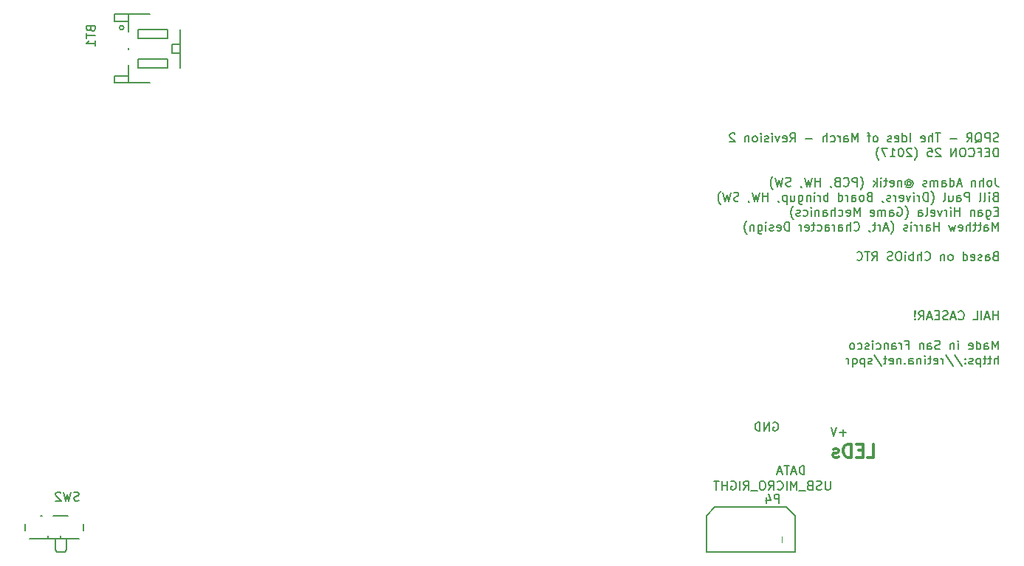
<source format=gbo>
G04 #@! TF.GenerationSoftware,KiCad,Pcbnew,(2016-12-18 revision 3ffa37c)-master*
G04 #@! TF.CreationDate,2017-02-07T21:51:00-08:00*
G04 #@! TF.ProjectId,badge-kicad,62616467652D6B696361642E6B696361,rev?*
G04 #@! TF.FileFunction,Legend,Bot*
G04 #@! TF.FilePolarity,Positive*
%FSLAX46Y46*%
G04 Gerber Fmt 4.6, Leading zero omitted, Abs format (unit mm)*
G04 Created by KiCad (PCBNEW (2016-12-18 revision 3ffa37c)-master) date Tuesday, February 07, 2017 'PMt' 09:51:00 PM*
%MOMM*%
%LPD*%
G01*
G04 APERTURE LIST*
%ADD10C,0.150000*%
%ADD11C,0.200000*%
%ADD12C,0.300000*%
%ADD13C,0.127000*%
%ADD14C,0.007620*%
%ADD15C,0.152400*%
G04 APERTURE END LIST*
D10*
D11*
X215559523Y-79818761D02*
X215416666Y-79866380D01*
X215178571Y-79866380D01*
X215083333Y-79818761D01*
X215035714Y-79771142D01*
X214988095Y-79675904D01*
X214988095Y-79580666D01*
X215035714Y-79485428D01*
X215083333Y-79437809D01*
X215178571Y-79390190D01*
X215369047Y-79342571D01*
X215464285Y-79294952D01*
X215511904Y-79247333D01*
X215559523Y-79152095D01*
X215559523Y-79056857D01*
X215511904Y-78961619D01*
X215464285Y-78914000D01*
X215369047Y-78866380D01*
X215130952Y-78866380D01*
X214988095Y-78914000D01*
X214559523Y-79866380D02*
X214559523Y-78866380D01*
X214178571Y-78866380D01*
X214083333Y-78914000D01*
X214035714Y-78961619D01*
X213988095Y-79056857D01*
X213988095Y-79199714D01*
X214035714Y-79294952D01*
X214083333Y-79342571D01*
X214178571Y-79390190D01*
X214559523Y-79390190D01*
X212892857Y-79961619D02*
X212988095Y-79914000D01*
X213083333Y-79818761D01*
X213226190Y-79675904D01*
X213321428Y-79628285D01*
X213416666Y-79628285D01*
X213369047Y-79866380D02*
X213464285Y-79818761D01*
X213559523Y-79723523D01*
X213607142Y-79533047D01*
X213607142Y-79199714D01*
X213559523Y-79009238D01*
X213464285Y-78914000D01*
X213369047Y-78866380D01*
X213178571Y-78866380D01*
X213083333Y-78914000D01*
X212988095Y-79009238D01*
X212940476Y-79199714D01*
X212940476Y-79533047D01*
X212988095Y-79723523D01*
X213083333Y-79818761D01*
X213178571Y-79866380D01*
X213369047Y-79866380D01*
X211940476Y-79866380D02*
X212273809Y-79390190D01*
X212511904Y-79866380D02*
X212511904Y-78866380D01*
X212130952Y-78866380D01*
X212035714Y-78914000D01*
X211988095Y-78961619D01*
X211940476Y-79056857D01*
X211940476Y-79199714D01*
X211988095Y-79294952D01*
X212035714Y-79342571D01*
X212130952Y-79390190D01*
X212511904Y-79390190D01*
X210750000Y-79485428D02*
X209988095Y-79485428D01*
X208892857Y-78866380D02*
X208321428Y-78866380D01*
X208607142Y-79866380D02*
X208607142Y-78866380D01*
X207988095Y-79866380D02*
X207988095Y-78866380D01*
X207559523Y-79866380D02*
X207559523Y-79342571D01*
X207607142Y-79247333D01*
X207702380Y-79199714D01*
X207845238Y-79199714D01*
X207940476Y-79247333D01*
X207988095Y-79294952D01*
X206702380Y-79818761D02*
X206797619Y-79866380D01*
X206988095Y-79866380D01*
X207083333Y-79818761D01*
X207130952Y-79723523D01*
X207130952Y-79342571D01*
X207083333Y-79247333D01*
X206988095Y-79199714D01*
X206797619Y-79199714D01*
X206702380Y-79247333D01*
X206654761Y-79342571D01*
X206654761Y-79437809D01*
X207130952Y-79533047D01*
X205464285Y-79866380D02*
X205464285Y-78866380D01*
X204559523Y-79866380D02*
X204559523Y-78866380D01*
X204559523Y-79818761D02*
X204654761Y-79866380D01*
X204845238Y-79866380D01*
X204940476Y-79818761D01*
X204988095Y-79771142D01*
X205035714Y-79675904D01*
X205035714Y-79390190D01*
X204988095Y-79294952D01*
X204940476Y-79247333D01*
X204845238Y-79199714D01*
X204654761Y-79199714D01*
X204559523Y-79247333D01*
X203702380Y-79818761D02*
X203797619Y-79866380D01*
X203988095Y-79866380D01*
X204083333Y-79818761D01*
X204130952Y-79723523D01*
X204130952Y-79342571D01*
X204083333Y-79247333D01*
X203988095Y-79199714D01*
X203797619Y-79199714D01*
X203702380Y-79247333D01*
X203654761Y-79342571D01*
X203654761Y-79437809D01*
X204130952Y-79533047D01*
X203273809Y-79818761D02*
X203178571Y-79866380D01*
X202988095Y-79866380D01*
X202892857Y-79818761D01*
X202845238Y-79723523D01*
X202845238Y-79675904D01*
X202892857Y-79580666D01*
X202988095Y-79533047D01*
X203130952Y-79533047D01*
X203226190Y-79485428D01*
X203273809Y-79390190D01*
X203273809Y-79342571D01*
X203226190Y-79247333D01*
X203130952Y-79199714D01*
X202988095Y-79199714D01*
X202892857Y-79247333D01*
X201511904Y-79866380D02*
X201607142Y-79818761D01*
X201654761Y-79771142D01*
X201702380Y-79675904D01*
X201702380Y-79390190D01*
X201654761Y-79294952D01*
X201607142Y-79247333D01*
X201511904Y-79199714D01*
X201369047Y-79199714D01*
X201273809Y-79247333D01*
X201226190Y-79294952D01*
X201178571Y-79390190D01*
X201178571Y-79675904D01*
X201226190Y-79771142D01*
X201273809Y-79818761D01*
X201369047Y-79866380D01*
X201511904Y-79866380D01*
X200892857Y-79199714D02*
X200511904Y-79199714D01*
X200750000Y-79866380D02*
X200750000Y-79009238D01*
X200702380Y-78914000D01*
X200607142Y-78866380D01*
X200511904Y-78866380D01*
X199416666Y-79866380D02*
X199416666Y-78866380D01*
X199083333Y-79580666D01*
X198750000Y-78866380D01*
X198750000Y-79866380D01*
X197845238Y-79866380D02*
X197845238Y-79342571D01*
X197892857Y-79247333D01*
X197988095Y-79199714D01*
X198178571Y-79199714D01*
X198273809Y-79247333D01*
X197845238Y-79818761D02*
X197940476Y-79866380D01*
X198178571Y-79866380D01*
X198273809Y-79818761D01*
X198321428Y-79723523D01*
X198321428Y-79628285D01*
X198273809Y-79533047D01*
X198178571Y-79485428D01*
X197940476Y-79485428D01*
X197845238Y-79437809D01*
X197369047Y-79866380D02*
X197369047Y-79199714D01*
X197369047Y-79390190D02*
X197321428Y-79294952D01*
X197273809Y-79247333D01*
X197178571Y-79199714D01*
X197083333Y-79199714D01*
X196321428Y-79818761D02*
X196416666Y-79866380D01*
X196607142Y-79866380D01*
X196702380Y-79818761D01*
X196750000Y-79771142D01*
X196797619Y-79675904D01*
X196797619Y-79390190D01*
X196750000Y-79294952D01*
X196702380Y-79247333D01*
X196607142Y-79199714D01*
X196416666Y-79199714D01*
X196321428Y-79247333D01*
X195892857Y-79866380D02*
X195892857Y-78866380D01*
X195464285Y-79866380D02*
X195464285Y-79342571D01*
X195511904Y-79247333D01*
X195607142Y-79199714D01*
X195750000Y-79199714D01*
X195845238Y-79247333D01*
X195892857Y-79294952D01*
X194226190Y-79485428D02*
X193464285Y-79485428D01*
X191654761Y-79866380D02*
X191988095Y-79390190D01*
X192226190Y-79866380D02*
X192226190Y-78866380D01*
X191845238Y-78866380D01*
X191750000Y-78914000D01*
X191702380Y-78961619D01*
X191654761Y-79056857D01*
X191654761Y-79199714D01*
X191702380Y-79294952D01*
X191750000Y-79342571D01*
X191845238Y-79390190D01*
X192226190Y-79390190D01*
X190845238Y-79818761D02*
X190940476Y-79866380D01*
X191130952Y-79866380D01*
X191226190Y-79818761D01*
X191273809Y-79723523D01*
X191273809Y-79342571D01*
X191226190Y-79247333D01*
X191130952Y-79199714D01*
X190940476Y-79199714D01*
X190845238Y-79247333D01*
X190797619Y-79342571D01*
X190797619Y-79437809D01*
X191273809Y-79533047D01*
X190464285Y-79199714D02*
X190226190Y-79866380D01*
X189988095Y-79199714D01*
X189607142Y-79866380D02*
X189607142Y-79199714D01*
X189607142Y-78866380D02*
X189654761Y-78914000D01*
X189607142Y-78961619D01*
X189559523Y-78914000D01*
X189607142Y-78866380D01*
X189607142Y-78961619D01*
X189178571Y-79818761D02*
X189083333Y-79866380D01*
X188892857Y-79866380D01*
X188797619Y-79818761D01*
X188750000Y-79723523D01*
X188750000Y-79675904D01*
X188797619Y-79580666D01*
X188892857Y-79533047D01*
X189035714Y-79533047D01*
X189130952Y-79485428D01*
X189178571Y-79390190D01*
X189178571Y-79342571D01*
X189130952Y-79247333D01*
X189035714Y-79199714D01*
X188892857Y-79199714D01*
X188797619Y-79247333D01*
X188321428Y-79866380D02*
X188321428Y-79199714D01*
X188321428Y-78866380D02*
X188369047Y-78914000D01*
X188321428Y-78961619D01*
X188273809Y-78914000D01*
X188321428Y-78866380D01*
X188321428Y-78961619D01*
X187702380Y-79866380D02*
X187797619Y-79818761D01*
X187845238Y-79771142D01*
X187892857Y-79675904D01*
X187892857Y-79390190D01*
X187845238Y-79294952D01*
X187797619Y-79247333D01*
X187702380Y-79199714D01*
X187559523Y-79199714D01*
X187464285Y-79247333D01*
X187416666Y-79294952D01*
X187369047Y-79390190D01*
X187369047Y-79675904D01*
X187416666Y-79771142D01*
X187464285Y-79818761D01*
X187559523Y-79866380D01*
X187702380Y-79866380D01*
X186940476Y-79199714D02*
X186940476Y-79866380D01*
X186940476Y-79294952D02*
X186892857Y-79247333D01*
X186797619Y-79199714D01*
X186654761Y-79199714D01*
X186559523Y-79247333D01*
X186511904Y-79342571D01*
X186511904Y-79866380D01*
X185321428Y-78961619D02*
X185273809Y-78914000D01*
X185178571Y-78866380D01*
X184940476Y-78866380D01*
X184845238Y-78914000D01*
X184797619Y-78961619D01*
X184750000Y-79056857D01*
X184750000Y-79152095D01*
X184797619Y-79294952D01*
X185369047Y-79866380D01*
X184750000Y-79866380D01*
X215511904Y-81566380D02*
X215511904Y-80566380D01*
X215273809Y-80566380D01*
X215130952Y-80614000D01*
X215035714Y-80709238D01*
X214988095Y-80804476D01*
X214940476Y-80994952D01*
X214940476Y-81137809D01*
X214988095Y-81328285D01*
X215035714Y-81423523D01*
X215130952Y-81518761D01*
X215273809Y-81566380D01*
X215511904Y-81566380D01*
X214511904Y-81042571D02*
X214178571Y-81042571D01*
X214035714Y-81566380D02*
X214511904Y-81566380D01*
X214511904Y-80566380D01*
X214035714Y-80566380D01*
X213273809Y-81042571D02*
X213607142Y-81042571D01*
X213607142Y-81566380D02*
X213607142Y-80566380D01*
X213130952Y-80566380D01*
X212178571Y-81471142D02*
X212226190Y-81518761D01*
X212369047Y-81566380D01*
X212464285Y-81566380D01*
X212607142Y-81518761D01*
X212702380Y-81423523D01*
X212750000Y-81328285D01*
X212797619Y-81137809D01*
X212797619Y-80994952D01*
X212750000Y-80804476D01*
X212702380Y-80709238D01*
X212607142Y-80614000D01*
X212464285Y-80566380D01*
X212369047Y-80566380D01*
X212226190Y-80614000D01*
X212178571Y-80661619D01*
X211559523Y-80566380D02*
X211369047Y-80566380D01*
X211273809Y-80614000D01*
X211178571Y-80709238D01*
X211130952Y-80899714D01*
X211130952Y-81233047D01*
X211178571Y-81423523D01*
X211273809Y-81518761D01*
X211369047Y-81566380D01*
X211559523Y-81566380D01*
X211654761Y-81518761D01*
X211750000Y-81423523D01*
X211797619Y-81233047D01*
X211797619Y-80899714D01*
X211750000Y-80709238D01*
X211654761Y-80614000D01*
X211559523Y-80566380D01*
X210702380Y-81566380D02*
X210702380Y-80566380D01*
X210130952Y-81566380D01*
X210130952Y-80566380D01*
X208940476Y-80661619D02*
X208892857Y-80614000D01*
X208797619Y-80566380D01*
X208559523Y-80566380D01*
X208464285Y-80614000D01*
X208416666Y-80661619D01*
X208369047Y-80756857D01*
X208369047Y-80852095D01*
X208416666Y-80994952D01*
X208988095Y-81566380D01*
X208369047Y-81566380D01*
X207464285Y-80566380D02*
X207940476Y-80566380D01*
X207988095Y-81042571D01*
X207940476Y-80994952D01*
X207845238Y-80947333D01*
X207607142Y-80947333D01*
X207511904Y-80994952D01*
X207464285Y-81042571D01*
X207416666Y-81137809D01*
X207416666Y-81375904D01*
X207464285Y-81471142D01*
X207511904Y-81518761D01*
X207607142Y-81566380D01*
X207845238Y-81566380D01*
X207940476Y-81518761D01*
X207988095Y-81471142D01*
X205940476Y-81947333D02*
X205988095Y-81899714D01*
X206083333Y-81756857D01*
X206130952Y-81661619D01*
X206178571Y-81518761D01*
X206226190Y-81280666D01*
X206226190Y-81090190D01*
X206178571Y-80852095D01*
X206130952Y-80709238D01*
X206083333Y-80614000D01*
X205988095Y-80471142D01*
X205940476Y-80423523D01*
X205607142Y-80661619D02*
X205559523Y-80614000D01*
X205464285Y-80566380D01*
X205226190Y-80566380D01*
X205130952Y-80614000D01*
X205083333Y-80661619D01*
X205035714Y-80756857D01*
X205035714Y-80852095D01*
X205083333Y-80994952D01*
X205654761Y-81566380D01*
X205035714Y-81566380D01*
X204416666Y-80566380D02*
X204321428Y-80566380D01*
X204226190Y-80614000D01*
X204178571Y-80661619D01*
X204130952Y-80756857D01*
X204083333Y-80947333D01*
X204083333Y-81185428D01*
X204130952Y-81375904D01*
X204178571Y-81471142D01*
X204226190Y-81518761D01*
X204321428Y-81566380D01*
X204416666Y-81566380D01*
X204511904Y-81518761D01*
X204559523Y-81471142D01*
X204607142Y-81375904D01*
X204654761Y-81185428D01*
X204654761Y-80947333D01*
X204607142Y-80756857D01*
X204559523Y-80661619D01*
X204511904Y-80614000D01*
X204416666Y-80566380D01*
X203130952Y-81566380D02*
X203702380Y-81566380D01*
X203416666Y-81566380D02*
X203416666Y-80566380D01*
X203511904Y-80709238D01*
X203607142Y-80804476D01*
X203702380Y-80852095D01*
X202797619Y-80566380D02*
X202130952Y-80566380D01*
X202559523Y-81566380D01*
X201845238Y-81947333D02*
X201797619Y-81899714D01*
X201702380Y-81756857D01*
X201654761Y-81661619D01*
X201607142Y-81518761D01*
X201559523Y-81280666D01*
X201559523Y-81090190D01*
X201607142Y-80852095D01*
X201654761Y-80709238D01*
X201702380Y-80614000D01*
X201797619Y-80471142D01*
X201845238Y-80423523D01*
X215226190Y-83966380D02*
X215226190Y-84680666D01*
X215273809Y-84823523D01*
X215369047Y-84918761D01*
X215511904Y-84966380D01*
X215607142Y-84966380D01*
X214607142Y-84966380D02*
X214702380Y-84918761D01*
X214750000Y-84871142D01*
X214797619Y-84775904D01*
X214797619Y-84490190D01*
X214750000Y-84394952D01*
X214702380Y-84347333D01*
X214607142Y-84299714D01*
X214464285Y-84299714D01*
X214369047Y-84347333D01*
X214321428Y-84394952D01*
X214273809Y-84490190D01*
X214273809Y-84775904D01*
X214321428Y-84871142D01*
X214369047Y-84918761D01*
X214464285Y-84966380D01*
X214607142Y-84966380D01*
X213845238Y-84966380D02*
X213845238Y-83966380D01*
X213416666Y-84966380D02*
X213416666Y-84442571D01*
X213464285Y-84347333D01*
X213559523Y-84299714D01*
X213702380Y-84299714D01*
X213797619Y-84347333D01*
X213845238Y-84394952D01*
X212940476Y-84299714D02*
X212940476Y-84966380D01*
X212940476Y-84394952D02*
X212892857Y-84347333D01*
X212797619Y-84299714D01*
X212654761Y-84299714D01*
X212559523Y-84347333D01*
X212511904Y-84442571D01*
X212511904Y-84966380D01*
X211321428Y-84680666D02*
X210845238Y-84680666D01*
X211416666Y-84966380D02*
X211083333Y-83966380D01*
X210750000Y-84966380D01*
X209988095Y-84966380D02*
X209988095Y-83966380D01*
X209988095Y-84918761D02*
X210083333Y-84966380D01*
X210273809Y-84966380D01*
X210369047Y-84918761D01*
X210416666Y-84871142D01*
X210464285Y-84775904D01*
X210464285Y-84490190D01*
X210416666Y-84394952D01*
X210369047Y-84347333D01*
X210273809Y-84299714D01*
X210083333Y-84299714D01*
X209988095Y-84347333D01*
X209083333Y-84966380D02*
X209083333Y-84442571D01*
X209130952Y-84347333D01*
X209226190Y-84299714D01*
X209416666Y-84299714D01*
X209511904Y-84347333D01*
X209083333Y-84918761D02*
X209178571Y-84966380D01*
X209416666Y-84966380D01*
X209511904Y-84918761D01*
X209559523Y-84823523D01*
X209559523Y-84728285D01*
X209511904Y-84633047D01*
X209416666Y-84585428D01*
X209178571Y-84585428D01*
X209083333Y-84537809D01*
X208607142Y-84966380D02*
X208607142Y-84299714D01*
X208607142Y-84394952D02*
X208559523Y-84347333D01*
X208464285Y-84299714D01*
X208321428Y-84299714D01*
X208226190Y-84347333D01*
X208178571Y-84442571D01*
X208178571Y-84966380D01*
X208178571Y-84442571D02*
X208130952Y-84347333D01*
X208035714Y-84299714D01*
X207892857Y-84299714D01*
X207797619Y-84347333D01*
X207750000Y-84442571D01*
X207750000Y-84966380D01*
X207321428Y-84918761D02*
X207226190Y-84966380D01*
X207035714Y-84966380D01*
X206940476Y-84918761D01*
X206892857Y-84823523D01*
X206892857Y-84775904D01*
X206940476Y-84680666D01*
X207035714Y-84633047D01*
X207178571Y-84633047D01*
X207273809Y-84585428D01*
X207321428Y-84490190D01*
X207321428Y-84442571D01*
X207273809Y-84347333D01*
X207178571Y-84299714D01*
X207035714Y-84299714D01*
X206940476Y-84347333D01*
X205083333Y-84490190D02*
X205130952Y-84442571D01*
X205226190Y-84394952D01*
X205321428Y-84394952D01*
X205416666Y-84442571D01*
X205464285Y-84490190D01*
X205511904Y-84585428D01*
X205511904Y-84680666D01*
X205464285Y-84775904D01*
X205416666Y-84823523D01*
X205321428Y-84871142D01*
X205226190Y-84871142D01*
X205130952Y-84823523D01*
X205083333Y-84775904D01*
X205083333Y-84394952D02*
X205083333Y-84775904D01*
X205035714Y-84823523D01*
X204988095Y-84823523D01*
X204892857Y-84775904D01*
X204845238Y-84680666D01*
X204845238Y-84442571D01*
X204940476Y-84299714D01*
X205083333Y-84204476D01*
X205273809Y-84156857D01*
X205464285Y-84204476D01*
X205607142Y-84299714D01*
X205702380Y-84442571D01*
X205750000Y-84633047D01*
X205702380Y-84823523D01*
X205607142Y-84966380D01*
X205464285Y-85061619D01*
X205273809Y-85109238D01*
X205083333Y-85061619D01*
X204940476Y-84966380D01*
X204416666Y-84299714D02*
X204416666Y-84966380D01*
X204416666Y-84394952D02*
X204369047Y-84347333D01*
X204273809Y-84299714D01*
X204130952Y-84299714D01*
X204035714Y-84347333D01*
X203988095Y-84442571D01*
X203988095Y-84966380D01*
X203130952Y-84918761D02*
X203226190Y-84966380D01*
X203416666Y-84966380D01*
X203511904Y-84918761D01*
X203559523Y-84823523D01*
X203559523Y-84442571D01*
X203511904Y-84347333D01*
X203416666Y-84299714D01*
X203226190Y-84299714D01*
X203130952Y-84347333D01*
X203083333Y-84442571D01*
X203083333Y-84537809D01*
X203559523Y-84633047D01*
X202797619Y-84299714D02*
X202416666Y-84299714D01*
X202654761Y-83966380D02*
X202654761Y-84823523D01*
X202607142Y-84918761D01*
X202511904Y-84966380D01*
X202416666Y-84966380D01*
X202083333Y-84966380D02*
X202083333Y-84299714D01*
X202083333Y-83966380D02*
X202130952Y-84014000D01*
X202083333Y-84061619D01*
X202035714Y-84014000D01*
X202083333Y-83966380D01*
X202083333Y-84061619D01*
X201607142Y-84966380D02*
X201607142Y-83966380D01*
X201511904Y-84585428D02*
X201226190Y-84966380D01*
X201226190Y-84299714D02*
X201607142Y-84680666D01*
X199750000Y-85347333D02*
X199797619Y-85299714D01*
X199892857Y-85156857D01*
X199940476Y-85061619D01*
X199988095Y-84918761D01*
X200035714Y-84680666D01*
X200035714Y-84490190D01*
X199988095Y-84252095D01*
X199940476Y-84109238D01*
X199892857Y-84014000D01*
X199797619Y-83871142D01*
X199750000Y-83823523D01*
X199369047Y-84966380D02*
X199369047Y-83966380D01*
X198988095Y-83966380D01*
X198892857Y-84014000D01*
X198845238Y-84061619D01*
X198797619Y-84156857D01*
X198797619Y-84299714D01*
X198845238Y-84394952D01*
X198892857Y-84442571D01*
X198988095Y-84490190D01*
X199369047Y-84490190D01*
X197797619Y-84871142D02*
X197845238Y-84918761D01*
X197988095Y-84966380D01*
X198083333Y-84966380D01*
X198226190Y-84918761D01*
X198321428Y-84823523D01*
X198369047Y-84728285D01*
X198416666Y-84537809D01*
X198416666Y-84394952D01*
X198369047Y-84204476D01*
X198321428Y-84109238D01*
X198226190Y-84014000D01*
X198083333Y-83966380D01*
X197988095Y-83966380D01*
X197845238Y-84014000D01*
X197797619Y-84061619D01*
X197035714Y-84442571D02*
X196892857Y-84490190D01*
X196845238Y-84537809D01*
X196797619Y-84633047D01*
X196797619Y-84775904D01*
X196845238Y-84871142D01*
X196892857Y-84918761D01*
X196988095Y-84966380D01*
X197369047Y-84966380D01*
X197369047Y-83966380D01*
X197035714Y-83966380D01*
X196940476Y-84014000D01*
X196892857Y-84061619D01*
X196845238Y-84156857D01*
X196845238Y-84252095D01*
X196892857Y-84347333D01*
X196940476Y-84394952D01*
X197035714Y-84442571D01*
X197369047Y-84442571D01*
X196321428Y-84918761D02*
X196321428Y-84966380D01*
X196369047Y-85061619D01*
X196416666Y-85109238D01*
X195130952Y-84966380D02*
X195130952Y-83966380D01*
X195130952Y-84442571D02*
X194559523Y-84442571D01*
X194559523Y-84966380D02*
X194559523Y-83966380D01*
X194178571Y-83966380D02*
X193940476Y-84966380D01*
X193750000Y-84252095D01*
X193559523Y-84966380D01*
X193321428Y-83966380D01*
X192892857Y-84918761D02*
X192892857Y-84966380D01*
X192940476Y-85061619D01*
X192988095Y-85109238D01*
X191750000Y-84918761D02*
X191607142Y-84966380D01*
X191369047Y-84966380D01*
X191273809Y-84918761D01*
X191226190Y-84871142D01*
X191178571Y-84775904D01*
X191178571Y-84680666D01*
X191226190Y-84585428D01*
X191273809Y-84537809D01*
X191369047Y-84490190D01*
X191559523Y-84442571D01*
X191654761Y-84394952D01*
X191702380Y-84347333D01*
X191750000Y-84252095D01*
X191750000Y-84156857D01*
X191702380Y-84061619D01*
X191654761Y-84014000D01*
X191559523Y-83966380D01*
X191321428Y-83966380D01*
X191178571Y-84014000D01*
X190845238Y-83966380D02*
X190607142Y-84966380D01*
X190416666Y-84252095D01*
X190226190Y-84966380D01*
X189988095Y-83966380D01*
X189702380Y-85347333D02*
X189654761Y-85299714D01*
X189559523Y-85156857D01*
X189511904Y-85061619D01*
X189464285Y-84918761D01*
X189416666Y-84680666D01*
X189416666Y-84490190D01*
X189464285Y-84252095D01*
X189511904Y-84109238D01*
X189559523Y-84014000D01*
X189654761Y-83871142D01*
X189702380Y-83823523D01*
X215178571Y-86142571D02*
X215035714Y-86190190D01*
X214988095Y-86237809D01*
X214940476Y-86333047D01*
X214940476Y-86475904D01*
X214988095Y-86571142D01*
X215035714Y-86618761D01*
X215130952Y-86666380D01*
X215511904Y-86666380D01*
X215511904Y-85666380D01*
X215178571Y-85666380D01*
X215083333Y-85714000D01*
X215035714Y-85761619D01*
X214988095Y-85856857D01*
X214988095Y-85952095D01*
X215035714Y-86047333D01*
X215083333Y-86094952D01*
X215178571Y-86142571D01*
X215511904Y-86142571D01*
X214511904Y-86666380D02*
X214511904Y-85999714D01*
X214511904Y-85666380D02*
X214559523Y-85714000D01*
X214511904Y-85761619D01*
X214464285Y-85714000D01*
X214511904Y-85666380D01*
X214511904Y-85761619D01*
X213892857Y-86666380D02*
X213988095Y-86618761D01*
X214035714Y-86523523D01*
X214035714Y-85666380D01*
X213369047Y-86666380D02*
X213464285Y-86618761D01*
X213511904Y-86523523D01*
X213511904Y-85666380D01*
X212226190Y-86666380D02*
X212226190Y-85666380D01*
X211845238Y-85666380D01*
X211750000Y-85714000D01*
X211702380Y-85761619D01*
X211654761Y-85856857D01*
X211654761Y-85999714D01*
X211702380Y-86094952D01*
X211750000Y-86142571D01*
X211845238Y-86190190D01*
X212226190Y-86190190D01*
X210797619Y-86666380D02*
X210797619Y-86142571D01*
X210845238Y-86047333D01*
X210940476Y-85999714D01*
X211130952Y-85999714D01*
X211226190Y-86047333D01*
X210797619Y-86618761D02*
X210892857Y-86666380D01*
X211130952Y-86666380D01*
X211226190Y-86618761D01*
X211273809Y-86523523D01*
X211273809Y-86428285D01*
X211226190Y-86333047D01*
X211130952Y-86285428D01*
X210892857Y-86285428D01*
X210797619Y-86237809D01*
X209892857Y-85999714D02*
X209892857Y-86666380D01*
X210321428Y-85999714D02*
X210321428Y-86523523D01*
X210273809Y-86618761D01*
X210178571Y-86666380D01*
X210035714Y-86666380D01*
X209940476Y-86618761D01*
X209892857Y-86571142D01*
X209273809Y-86666380D02*
X209369047Y-86618761D01*
X209416666Y-86523523D01*
X209416666Y-85666380D01*
X207845238Y-87047333D02*
X207892857Y-86999714D01*
X207988095Y-86856857D01*
X208035714Y-86761619D01*
X208083333Y-86618761D01*
X208130952Y-86380666D01*
X208130952Y-86190190D01*
X208083333Y-85952095D01*
X208035714Y-85809238D01*
X207988095Y-85714000D01*
X207892857Y-85571142D01*
X207845238Y-85523523D01*
X207464285Y-86666380D02*
X207464285Y-85666380D01*
X207226190Y-85666380D01*
X207083333Y-85714000D01*
X206988095Y-85809238D01*
X206940476Y-85904476D01*
X206892857Y-86094952D01*
X206892857Y-86237809D01*
X206940476Y-86428285D01*
X206988095Y-86523523D01*
X207083333Y-86618761D01*
X207226190Y-86666380D01*
X207464285Y-86666380D01*
X206464285Y-86666380D02*
X206464285Y-85999714D01*
X206464285Y-86190190D02*
X206416666Y-86094952D01*
X206369047Y-86047333D01*
X206273809Y-85999714D01*
X206178571Y-85999714D01*
X205845238Y-86666380D02*
X205845238Y-85999714D01*
X205845238Y-85666380D02*
X205892857Y-85714000D01*
X205845238Y-85761619D01*
X205797619Y-85714000D01*
X205845238Y-85666380D01*
X205845238Y-85761619D01*
X205464285Y-85999714D02*
X205226190Y-86666380D01*
X204988095Y-85999714D01*
X204226190Y-86618761D02*
X204321428Y-86666380D01*
X204511904Y-86666380D01*
X204607142Y-86618761D01*
X204654761Y-86523523D01*
X204654761Y-86142571D01*
X204607142Y-86047333D01*
X204511904Y-85999714D01*
X204321428Y-85999714D01*
X204226190Y-86047333D01*
X204178571Y-86142571D01*
X204178571Y-86237809D01*
X204654761Y-86333047D01*
X203750000Y-86666380D02*
X203750000Y-85999714D01*
X203750000Y-86190190D02*
X203702380Y-86094952D01*
X203654761Y-86047333D01*
X203559523Y-85999714D01*
X203464285Y-85999714D01*
X203178571Y-86618761D02*
X203083333Y-86666380D01*
X202892857Y-86666380D01*
X202797619Y-86618761D01*
X202750000Y-86523523D01*
X202750000Y-86475904D01*
X202797619Y-86380666D01*
X202892857Y-86333047D01*
X203035714Y-86333047D01*
X203130952Y-86285428D01*
X203178571Y-86190190D01*
X203178571Y-86142571D01*
X203130952Y-86047333D01*
X203035714Y-85999714D01*
X202892857Y-85999714D01*
X202797619Y-86047333D01*
X202273809Y-86618761D02*
X202273809Y-86666380D01*
X202321428Y-86761619D01*
X202369047Y-86809238D01*
X200750000Y-86142571D02*
X200607142Y-86190190D01*
X200559523Y-86237809D01*
X200511904Y-86333047D01*
X200511904Y-86475904D01*
X200559523Y-86571142D01*
X200607142Y-86618761D01*
X200702380Y-86666380D01*
X201083333Y-86666380D01*
X201083333Y-85666380D01*
X200750000Y-85666380D01*
X200654761Y-85714000D01*
X200607142Y-85761619D01*
X200559523Y-85856857D01*
X200559523Y-85952095D01*
X200607142Y-86047333D01*
X200654761Y-86094952D01*
X200750000Y-86142571D01*
X201083333Y-86142571D01*
X199940476Y-86666380D02*
X200035714Y-86618761D01*
X200083333Y-86571142D01*
X200130952Y-86475904D01*
X200130952Y-86190190D01*
X200083333Y-86094952D01*
X200035714Y-86047333D01*
X199940476Y-85999714D01*
X199797619Y-85999714D01*
X199702380Y-86047333D01*
X199654761Y-86094952D01*
X199607142Y-86190190D01*
X199607142Y-86475904D01*
X199654761Y-86571142D01*
X199702380Y-86618761D01*
X199797619Y-86666380D01*
X199940476Y-86666380D01*
X198750000Y-86666380D02*
X198750000Y-86142571D01*
X198797619Y-86047333D01*
X198892857Y-85999714D01*
X199083333Y-85999714D01*
X199178571Y-86047333D01*
X198750000Y-86618761D02*
X198845238Y-86666380D01*
X199083333Y-86666380D01*
X199178571Y-86618761D01*
X199226190Y-86523523D01*
X199226190Y-86428285D01*
X199178571Y-86333047D01*
X199083333Y-86285428D01*
X198845238Y-86285428D01*
X198750000Y-86237809D01*
X198273809Y-86666380D02*
X198273809Y-85999714D01*
X198273809Y-86190190D02*
X198226190Y-86094952D01*
X198178571Y-86047333D01*
X198083333Y-85999714D01*
X197988095Y-85999714D01*
X197226190Y-86666380D02*
X197226190Y-85666380D01*
X197226190Y-86618761D02*
X197321428Y-86666380D01*
X197511904Y-86666380D01*
X197607142Y-86618761D01*
X197654761Y-86571142D01*
X197702380Y-86475904D01*
X197702380Y-86190190D01*
X197654761Y-86094952D01*
X197607142Y-86047333D01*
X197511904Y-85999714D01*
X197321428Y-85999714D01*
X197226190Y-86047333D01*
X195988095Y-86666380D02*
X195988095Y-85666380D01*
X195988095Y-86047333D02*
X195892857Y-85999714D01*
X195702380Y-85999714D01*
X195607142Y-86047333D01*
X195559523Y-86094952D01*
X195511904Y-86190190D01*
X195511904Y-86475904D01*
X195559523Y-86571142D01*
X195607142Y-86618761D01*
X195702380Y-86666380D01*
X195892857Y-86666380D01*
X195988095Y-86618761D01*
X195083333Y-86666380D02*
X195083333Y-85999714D01*
X195083333Y-86190190D02*
X195035714Y-86094952D01*
X194988095Y-86047333D01*
X194892857Y-85999714D01*
X194797619Y-85999714D01*
X194464285Y-86666380D02*
X194464285Y-85999714D01*
X194464285Y-85666380D02*
X194511904Y-85714000D01*
X194464285Y-85761619D01*
X194416666Y-85714000D01*
X194464285Y-85666380D01*
X194464285Y-85761619D01*
X193988095Y-85999714D02*
X193988095Y-86666380D01*
X193988095Y-86094952D02*
X193940476Y-86047333D01*
X193845238Y-85999714D01*
X193702380Y-85999714D01*
X193607142Y-86047333D01*
X193559523Y-86142571D01*
X193559523Y-86666380D01*
X192654761Y-85999714D02*
X192654761Y-86809238D01*
X192702380Y-86904476D01*
X192750000Y-86952095D01*
X192845238Y-86999714D01*
X192988095Y-86999714D01*
X193083333Y-86952095D01*
X192654761Y-86618761D02*
X192750000Y-86666380D01*
X192940476Y-86666380D01*
X193035714Y-86618761D01*
X193083333Y-86571142D01*
X193130952Y-86475904D01*
X193130952Y-86190190D01*
X193083333Y-86094952D01*
X193035714Y-86047333D01*
X192940476Y-85999714D01*
X192750000Y-85999714D01*
X192654761Y-86047333D01*
X191750000Y-85999714D02*
X191750000Y-86666380D01*
X192178571Y-85999714D02*
X192178571Y-86523523D01*
X192130952Y-86618761D01*
X192035714Y-86666380D01*
X191892857Y-86666380D01*
X191797619Y-86618761D01*
X191750000Y-86571142D01*
X191273809Y-85999714D02*
X191273809Y-86999714D01*
X191273809Y-86047333D02*
X191178571Y-85999714D01*
X190988095Y-85999714D01*
X190892857Y-86047333D01*
X190845238Y-86094952D01*
X190797619Y-86190190D01*
X190797619Y-86475904D01*
X190845238Y-86571142D01*
X190892857Y-86618761D01*
X190988095Y-86666380D01*
X191178571Y-86666380D01*
X191273809Y-86618761D01*
X190321428Y-86618761D02*
X190321428Y-86666380D01*
X190369047Y-86761619D01*
X190416666Y-86809238D01*
X189130952Y-86666380D02*
X189130952Y-85666380D01*
X189130952Y-86142571D02*
X188559523Y-86142571D01*
X188559523Y-86666380D02*
X188559523Y-85666380D01*
X188178571Y-85666380D02*
X187940476Y-86666380D01*
X187750000Y-85952095D01*
X187559523Y-86666380D01*
X187321428Y-85666380D01*
X186892857Y-86618761D02*
X186892857Y-86666380D01*
X186940476Y-86761619D01*
X186988095Y-86809238D01*
X185750000Y-86618761D02*
X185607142Y-86666380D01*
X185369047Y-86666380D01*
X185273809Y-86618761D01*
X185226190Y-86571142D01*
X185178571Y-86475904D01*
X185178571Y-86380666D01*
X185226190Y-86285428D01*
X185273809Y-86237809D01*
X185369047Y-86190190D01*
X185559523Y-86142571D01*
X185654761Y-86094952D01*
X185702380Y-86047333D01*
X185750000Y-85952095D01*
X185750000Y-85856857D01*
X185702380Y-85761619D01*
X185654761Y-85714000D01*
X185559523Y-85666380D01*
X185321428Y-85666380D01*
X185178571Y-85714000D01*
X184845238Y-85666380D02*
X184607142Y-86666380D01*
X184416666Y-85952095D01*
X184226190Y-86666380D01*
X183988095Y-85666380D01*
X183702380Y-87047333D02*
X183654761Y-86999714D01*
X183559523Y-86856857D01*
X183511904Y-86761619D01*
X183464285Y-86618761D01*
X183416666Y-86380666D01*
X183416666Y-86190190D01*
X183464285Y-85952095D01*
X183511904Y-85809238D01*
X183559523Y-85714000D01*
X183654761Y-85571142D01*
X183702380Y-85523523D01*
X215511904Y-87842571D02*
X215178571Y-87842571D01*
X215035714Y-88366380D02*
X215511904Y-88366380D01*
X215511904Y-87366380D01*
X215035714Y-87366380D01*
X214178571Y-87699714D02*
X214178571Y-88509238D01*
X214226190Y-88604476D01*
X214273809Y-88652095D01*
X214369047Y-88699714D01*
X214511904Y-88699714D01*
X214607142Y-88652095D01*
X214178571Y-88318761D02*
X214273809Y-88366380D01*
X214464285Y-88366380D01*
X214559523Y-88318761D01*
X214607142Y-88271142D01*
X214654761Y-88175904D01*
X214654761Y-87890190D01*
X214607142Y-87794952D01*
X214559523Y-87747333D01*
X214464285Y-87699714D01*
X214273809Y-87699714D01*
X214178571Y-87747333D01*
X213273809Y-88366380D02*
X213273809Y-87842571D01*
X213321428Y-87747333D01*
X213416666Y-87699714D01*
X213607142Y-87699714D01*
X213702380Y-87747333D01*
X213273809Y-88318761D02*
X213369047Y-88366380D01*
X213607142Y-88366380D01*
X213702380Y-88318761D01*
X213750000Y-88223523D01*
X213750000Y-88128285D01*
X213702380Y-88033047D01*
X213607142Y-87985428D01*
X213369047Y-87985428D01*
X213273809Y-87937809D01*
X212797619Y-87699714D02*
X212797619Y-88366380D01*
X212797619Y-87794952D02*
X212750000Y-87747333D01*
X212654761Y-87699714D01*
X212511904Y-87699714D01*
X212416666Y-87747333D01*
X212369047Y-87842571D01*
X212369047Y-88366380D01*
X211130952Y-88366380D02*
X211130952Y-87366380D01*
X211130952Y-87842571D02*
X210559523Y-87842571D01*
X210559523Y-88366380D02*
X210559523Y-87366380D01*
X210083333Y-88366380D02*
X210083333Y-87699714D01*
X210083333Y-87366380D02*
X210130952Y-87414000D01*
X210083333Y-87461619D01*
X210035714Y-87414000D01*
X210083333Y-87366380D01*
X210083333Y-87461619D01*
X209607142Y-88366380D02*
X209607142Y-87699714D01*
X209607142Y-87890190D02*
X209559523Y-87794952D01*
X209511904Y-87747333D01*
X209416666Y-87699714D01*
X209321428Y-87699714D01*
X209083333Y-87699714D02*
X208845238Y-88366380D01*
X208607142Y-87699714D01*
X207845238Y-88318761D02*
X207940476Y-88366380D01*
X208130952Y-88366380D01*
X208226190Y-88318761D01*
X208273809Y-88223523D01*
X208273809Y-87842571D01*
X208226190Y-87747333D01*
X208130952Y-87699714D01*
X207940476Y-87699714D01*
X207845238Y-87747333D01*
X207797619Y-87842571D01*
X207797619Y-87937809D01*
X208273809Y-88033047D01*
X207226190Y-88366380D02*
X207321428Y-88318761D01*
X207369047Y-88223523D01*
X207369047Y-87366380D01*
X206416666Y-88366380D02*
X206416666Y-87842571D01*
X206464285Y-87747333D01*
X206559523Y-87699714D01*
X206750000Y-87699714D01*
X206845238Y-87747333D01*
X206416666Y-88318761D02*
X206511904Y-88366380D01*
X206750000Y-88366380D01*
X206845238Y-88318761D01*
X206892857Y-88223523D01*
X206892857Y-88128285D01*
X206845238Y-88033047D01*
X206750000Y-87985428D01*
X206511904Y-87985428D01*
X206416666Y-87937809D01*
X204892857Y-88747333D02*
X204940476Y-88699714D01*
X205035714Y-88556857D01*
X205083333Y-88461619D01*
X205130952Y-88318761D01*
X205178571Y-88080666D01*
X205178571Y-87890190D01*
X205130952Y-87652095D01*
X205083333Y-87509238D01*
X205035714Y-87414000D01*
X204940476Y-87271142D01*
X204892857Y-87223523D01*
X203988095Y-87414000D02*
X204083333Y-87366380D01*
X204226190Y-87366380D01*
X204369047Y-87414000D01*
X204464285Y-87509238D01*
X204511904Y-87604476D01*
X204559523Y-87794952D01*
X204559523Y-87937809D01*
X204511904Y-88128285D01*
X204464285Y-88223523D01*
X204369047Y-88318761D01*
X204226190Y-88366380D01*
X204130952Y-88366380D01*
X203988095Y-88318761D01*
X203940476Y-88271142D01*
X203940476Y-87937809D01*
X204130952Y-87937809D01*
X203083333Y-88366380D02*
X203083333Y-87842571D01*
X203130952Y-87747333D01*
X203226190Y-87699714D01*
X203416666Y-87699714D01*
X203511904Y-87747333D01*
X203083333Y-88318761D02*
X203178571Y-88366380D01*
X203416666Y-88366380D01*
X203511904Y-88318761D01*
X203559523Y-88223523D01*
X203559523Y-88128285D01*
X203511904Y-88033047D01*
X203416666Y-87985428D01*
X203178571Y-87985428D01*
X203083333Y-87937809D01*
X202607142Y-88366380D02*
X202607142Y-87699714D01*
X202607142Y-87794952D02*
X202559523Y-87747333D01*
X202464285Y-87699714D01*
X202321428Y-87699714D01*
X202226190Y-87747333D01*
X202178571Y-87842571D01*
X202178571Y-88366380D01*
X202178571Y-87842571D02*
X202130952Y-87747333D01*
X202035714Y-87699714D01*
X201892857Y-87699714D01*
X201797619Y-87747333D01*
X201750000Y-87842571D01*
X201750000Y-88366380D01*
X200892857Y-88318761D02*
X200988095Y-88366380D01*
X201178571Y-88366380D01*
X201273809Y-88318761D01*
X201321428Y-88223523D01*
X201321428Y-87842571D01*
X201273809Y-87747333D01*
X201178571Y-87699714D01*
X200988095Y-87699714D01*
X200892857Y-87747333D01*
X200845238Y-87842571D01*
X200845238Y-87937809D01*
X201321428Y-88033047D01*
X199654761Y-88366380D02*
X199654761Y-87366380D01*
X199321428Y-88080666D01*
X198988095Y-87366380D01*
X198988095Y-88366380D01*
X198130952Y-88318761D02*
X198226190Y-88366380D01*
X198416666Y-88366380D01*
X198511904Y-88318761D01*
X198559523Y-88223523D01*
X198559523Y-87842571D01*
X198511904Y-87747333D01*
X198416666Y-87699714D01*
X198226190Y-87699714D01*
X198130952Y-87747333D01*
X198083333Y-87842571D01*
X198083333Y-87937809D01*
X198559523Y-88033047D01*
X197226190Y-88318761D02*
X197321428Y-88366380D01*
X197511904Y-88366380D01*
X197607142Y-88318761D01*
X197654761Y-88271142D01*
X197702380Y-88175904D01*
X197702380Y-87890190D01*
X197654761Y-87794952D01*
X197607142Y-87747333D01*
X197511904Y-87699714D01*
X197321428Y-87699714D01*
X197226190Y-87747333D01*
X196797619Y-88366380D02*
X196797619Y-87366380D01*
X196369047Y-88366380D02*
X196369047Y-87842571D01*
X196416666Y-87747333D01*
X196511904Y-87699714D01*
X196654761Y-87699714D01*
X196750000Y-87747333D01*
X196797619Y-87794952D01*
X195464285Y-88366380D02*
X195464285Y-87842571D01*
X195511904Y-87747333D01*
X195607142Y-87699714D01*
X195797619Y-87699714D01*
X195892857Y-87747333D01*
X195464285Y-88318761D02*
X195559523Y-88366380D01*
X195797619Y-88366380D01*
X195892857Y-88318761D01*
X195940476Y-88223523D01*
X195940476Y-88128285D01*
X195892857Y-88033047D01*
X195797619Y-87985428D01*
X195559523Y-87985428D01*
X195464285Y-87937809D01*
X194988095Y-87699714D02*
X194988095Y-88366380D01*
X194988095Y-87794952D02*
X194940476Y-87747333D01*
X194845238Y-87699714D01*
X194702380Y-87699714D01*
X194607142Y-87747333D01*
X194559523Y-87842571D01*
X194559523Y-88366380D01*
X194083333Y-88366380D02*
X194083333Y-87699714D01*
X194083333Y-87366380D02*
X194130952Y-87414000D01*
X194083333Y-87461619D01*
X194035714Y-87414000D01*
X194083333Y-87366380D01*
X194083333Y-87461619D01*
X193178571Y-88318761D02*
X193273809Y-88366380D01*
X193464285Y-88366380D01*
X193559523Y-88318761D01*
X193607142Y-88271142D01*
X193654761Y-88175904D01*
X193654761Y-87890190D01*
X193607142Y-87794952D01*
X193559523Y-87747333D01*
X193464285Y-87699714D01*
X193273809Y-87699714D01*
X193178571Y-87747333D01*
X192797619Y-88318761D02*
X192702380Y-88366380D01*
X192511904Y-88366380D01*
X192416666Y-88318761D01*
X192369047Y-88223523D01*
X192369047Y-88175904D01*
X192416666Y-88080666D01*
X192511904Y-88033047D01*
X192654761Y-88033047D01*
X192750000Y-87985428D01*
X192797619Y-87890190D01*
X192797619Y-87842571D01*
X192750000Y-87747333D01*
X192654761Y-87699714D01*
X192511904Y-87699714D01*
X192416666Y-87747333D01*
X192035714Y-88747333D02*
X191988095Y-88699714D01*
X191892857Y-88556857D01*
X191845238Y-88461619D01*
X191797619Y-88318761D01*
X191750000Y-88080666D01*
X191750000Y-87890190D01*
X191797619Y-87652095D01*
X191845238Y-87509238D01*
X191892857Y-87414000D01*
X191988095Y-87271142D01*
X192035714Y-87223523D01*
X215511904Y-90066380D02*
X215511904Y-89066380D01*
X215178571Y-89780666D01*
X214845238Y-89066380D01*
X214845238Y-90066380D01*
X213940476Y-90066380D02*
X213940476Y-89542571D01*
X213988095Y-89447333D01*
X214083333Y-89399714D01*
X214273809Y-89399714D01*
X214369047Y-89447333D01*
X213940476Y-90018761D02*
X214035714Y-90066380D01*
X214273809Y-90066380D01*
X214369047Y-90018761D01*
X214416666Y-89923523D01*
X214416666Y-89828285D01*
X214369047Y-89733047D01*
X214273809Y-89685428D01*
X214035714Y-89685428D01*
X213940476Y-89637809D01*
X213607142Y-89399714D02*
X213226190Y-89399714D01*
X213464285Y-89066380D02*
X213464285Y-89923523D01*
X213416666Y-90018761D01*
X213321428Y-90066380D01*
X213226190Y-90066380D01*
X213035714Y-89399714D02*
X212654761Y-89399714D01*
X212892857Y-89066380D02*
X212892857Y-89923523D01*
X212845238Y-90018761D01*
X212750000Y-90066380D01*
X212654761Y-90066380D01*
X212321428Y-90066380D02*
X212321428Y-89066380D01*
X211892857Y-90066380D02*
X211892857Y-89542571D01*
X211940476Y-89447333D01*
X212035714Y-89399714D01*
X212178571Y-89399714D01*
X212273809Y-89447333D01*
X212321428Y-89494952D01*
X211035714Y-90018761D02*
X211130952Y-90066380D01*
X211321428Y-90066380D01*
X211416666Y-90018761D01*
X211464285Y-89923523D01*
X211464285Y-89542571D01*
X211416666Y-89447333D01*
X211321428Y-89399714D01*
X211130952Y-89399714D01*
X211035714Y-89447333D01*
X210988095Y-89542571D01*
X210988095Y-89637809D01*
X211464285Y-89733047D01*
X210654761Y-89399714D02*
X210464285Y-90066380D01*
X210273809Y-89590190D01*
X210083333Y-90066380D01*
X209892857Y-89399714D01*
X208750000Y-90066380D02*
X208750000Y-89066380D01*
X208750000Y-89542571D02*
X208178571Y-89542571D01*
X208178571Y-90066380D02*
X208178571Y-89066380D01*
X207273809Y-90066380D02*
X207273809Y-89542571D01*
X207321428Y-89447333D01*
X207416666Y-89399714D01*
X207607142Y-89399714D01*
X207702380Y-89447333D01*
X207273809Y-90018761D02*
X207369047Y-90066380D01*
X207607142Y-90066380D01*
X207702380Y-90018761D01*
X207750000Y-89923523D01*
X207750000Y-89828285D01*
X207702380Y-89733047D01*
X207607142Y-89685428D01*
X207369047Y-89685428D01*
X207273809Y-89637809D01*
X206797619Y-90066380D02*
X206797619Y-89399714D01*
X206797619Y-89590190D02*
X206750000Y-89494952D01*
X206702380Y-89447333D01*
X206607142Y-89399714D01*
X206511904Y-89399714D01*
X206178571Y-90066380D02*
X206178571Y-89399714D01*
X206178571Y-89590190D02*
X206130952Y-89494952D01*
X206083333Y-89447333D01*
X205988095Y-89399714D01*
X205892857Y-89399714D01*
X205559523Y-90066380D02*
X205559523Y-89399714D01*
X205559523Y-89066380D02*
X205607142Y-89114000D01*
X205559523Y-89161619D01*
X205511904Y-89114000D01*
X205559523Y-89066380D01*
X205559523Y-89161619D01*
X205130952Y-90018761D02*
X205035714Y-90066380D01*
X204845238Y-90066380D01*
X204750000Y-90018761D01*
X204702380Y-89923523D01*
X204702380Y-89875904D01*
X204750000Y-89780666D01*
X204845238Y-89733047D01*
X204988095Y-89733047D01*
X205083333Y-89685428D01*
X205130952Y-89590190D01*
X205130952Y-89542571D01*
X205083333Y-89447333D01*
X204988095Y-89399714D01*
X204845238Y-89399714D01*
X204750000Y-89447333D01*
X203226190Y-90447333D02*
X203273809Y-90399714D01*
X203369047Y-90256857D01*
X203416666Y-90161619D01*
X203464285Y-90018761D01*
X203511904Y-89780666D01*
X203511904Y-89590190D01*
X203464285Y-89352095D01*
X203416666Y-89209238D01*
X203369047Y-89114000D01*
X203273809Y-88971142D01*
X203226190Y-88923523D01*
X202892857Y-89780666D02*
X202416666Y-89780666D01*
X202988095Y-90066380D02*
X202654761Y-89066380D01*
X202321428Y-90066380D01*
X201988095Y-90066380D02*
X201988095Y-89399714D01*
X201988095Y-89590190D02*
X201940476Y-89494952D01*
X201892857Y-89447333D01*
X201797619Y-89399714D01*
X201702380Y-89399714D01*
X201511904Y-89399714D02*
X201130952Y-89399714D01*
X201369047Y-89066380D02*
X201369047Y-89923523D01*
X201321428Y-90018761D01*
X201226190Y-90066380D01*
X201130952Y-90066380D01*
X200750000Y-90018761D02*
X200750000Y-90066380D01*
X200797619Y-90161619D01*
X200845238Y-90209238D01*
X198988095Y-89971142D02*
X199035714Y-90018761D01*
X199178571Y-90066380D01*
X199273809Y-90066380D01*
X199416666Y-90018761D01*
X199511904Y-89923523D01*
X199559523Y-89828285D01*
X199607142Y-89637809D01*
X199607142Y-89494952D01*
X199559523Y-89304476D01*
X199511904Y-89209238D01*
X199416666Y-89114000D01*
X199273809Y-89066380D01*
X199178571Y-89066380D01*
X199035714Y-89114000D01*
X198988095Y-89161619D01*
X198559523Y-90066380D02*
X198559523Y-89066380D01*
X198130952Y-90066380D02*
X198130952Y-89542571D01*
X198178571Y-89447333D01*
X198273809Y-89399714D01*
X198416666Y-89399714D01*
X198511904Y-89447333D01*
X198559523Y-89494952D01*
X197226190Y-90066380D02*
X197226190Y-89542571D01*
X197273809Y-89447333D01*
X197369047Y-89399714D01*
X197559523Y-89399714D01*
X197654761Y-89447333D01*
X197226190Y-90018761D02*
X197321428Y-90066380D01*
X197559523Y-90066380D01*
X197654761Y-90018761D01*
X197702380Y-89923523D01*
X197702380Y-89828285D01*
X197654761Y-89733047D01*
X197559523Y-89685428D01*
X197321428Y-89685428D01*
X197226190Y-89637809D01*
X196750000Y-90066380D02*
X196750000Y-89399714D01*
X196750000Y-89590190D02*
X196702380Y-89494952D01*
X196654761Y-89447333D01*
X196559523Y-89399714D01*
X196464285Y-89399714D01*
X195702380Y-90066380D02*
X195702380Y-89542571D01*
X195750000Y-89447333D01*
X195845238Y-89399714D01*
X196035714Y-89399714D01*
X196130952Y-89447333D01*
X195702380Y-90018761D02*
X195797619Y-90066380D01*
X196035714Y-90066380D01*
X196130952Y-90018761D01*
X196178571Y-89923523D01*
X196178571Y-89828285D01*
X196130952Y-89733047D01*
X196035714Y-89685428D01*
X195797619Y-89685428D01*
X195702380Y-89637809D01*
X194797619Y-90018761D02*
X194892857Y-90066380D01*
X195083333Y-90066380D01*
X195178571Y-90018761D01*
X195226190Y-89971142D01*
X195273809Y-89875904D01*
X195273809Y-89590190D01*
X195226190Y-89494952D01*
X195178571Y-89447333D01*
X195083333Y-89399714D01*
X194892857Y-89399714D01*
X194797619Y-89447333D01*
X194511904Y-89399714D02*
X194130952Y-89399714D01*
X194369047Y-89066380D02*
X194369047Y-89923523D01*
X194321428Y-90018761D01*
X194226190Y-90066380D01*
X194130952Y-90066380D01*
X193416666Y-90018761D02*
X193511904Y-90066380D01*
X193702380Y-90066380D01*
X193797619Y-90018761D01*
X193845238Y-89923523D01*
X193845238Y-89542571D01*
X193797619Y-89447333D01*
X193702380Y-89399714D01*
X193511904Y-89399714D01*
X193416666Y-89447333D01*
X193369047Y-89542571D01*
X193369047Y-89637809D01*
X193845238Y-89733047D01*
X192940476Y-90066380D02*
X192940476Y-89399714D01*
X192940476Y-89590190D02*
X192892857Y-89494952D01*
X192845238Y-89447333D01*
X192750000Y-89399714D01*
X192654761Y-89399714D01*
X191559523Y-90066380D02*
X191559523Y-89066380D01*
X191321428Y-89066380D01*
X191178571Y-89114000D01*
X191083333Y-89209238D01*
X191035714Y-89304476D01*
X190988095Y-89494952D01*
X190988095Y-89637809D01*
X191035714Y-89828285D01*
X191083333Y-89923523D01*
X191178571Y-90018761D01*
X191321428Y-90066380D01*
X191559523Y-90066380D01*
X190178571Y-90018761D02*
X190273809Y-90066380D01*
X190464285Y-90066380D01*
X190559523Y-90018761D01*
X190607142Y-89923523D01*
X190607142Y-89542571D01*
X190559523Y-89447333D01*
X190464285Y-89399714D01*
X190273809Y-89399714D01*
X190178571Y-89447333D01*
X190130952Y-89542571D01*
X190130952Y-89637809D01*
X190607142Y-89733047D01*
X189750000Y-90018761D02*
X189654761Y-90066380D01*
X189464285Y-90066380D01*
X189369047Y-90018761D01*
X189321428Y-89923523D01*
X189321428Y-89875904D01*
X189369047Y-89780666D01*
X189464285Y-89733047D01*
X189607142Y-89733047D01*
X189702380Y-89685428D01*
X189750000Y-89590190D01*
X189750000Y-89542571D01*
X189702380Y-89447333D01*
X189607142Y-89399714D01*
X189464285Y-89399714D01*
X189369047Y-89447333D01*
X188892857Y-90066380D02*
X188892857Y-89399714D01*
X188892857Y-89066380D02*
X188940476Y-89114000D01*
X188892857Y-89161619D01*
X188845238Y-89114000D01*
X188892857Y-89066380D01*
X188892857Y-89161619D01*
X187988095Y-89399714D02*
X187988095Y-90209238D01*
X188035714Y-90304476D01*
X188083333Y-90352095D01*
X188178571Y-90399714D01*
X188321428Y-90399714D01*
X188416666Y-90352095D01*
X187988095Y-90018761D02*
X188083333Y-90066380D01*
X188273809Y-90066380D01*
X188369047Y-90018761D01*
X188416666Y-89971142D01*
X188464285Y-89875904D01*
X188464285Y-89590190D01*
X188416666Y-89494952D01*
X188369047Y-89447333D01*
X188273809Y-89399714D01*
X188083333Y-89399714D01*
X187988095Y-89447333D01*
X187511904Y-89399714D02*
X187511904Y-90066380D01*
X187511904Y-89494952D02*
X187464285Y-89447333D01*
X187369047Y-89399714D01*
X187226190Y-89399714D01*
X187130952Y-89447333D01*
X187083333Y-89542571D01*
X187083333Y-90066380D01*
X186702380Y-90447333D02*
X186654761Y-90399714D01*
X186559523Y-90256857D01*
X186511904Y-90161619D01*
X186464285Y-90018761D01*
X186416666Y-89780666D01*
X186416666Y-89590190D01*
X186464285Y-89352095D01*
X186511904Y-89209238D01*
X186559523Y-89114000D01*
X186654761Y-88971142D01*
X186702380Y-88923523D01*
X215178571Y-92942571D02*
X215035714Y-92990190D01*
X214988095Y-93037809D01*
X214940476Y-93133047D01*
X214940476Y-93275904D01*
X214988095Y-93371142D01*
X215035714Y-93418761D01*
X215130952Y-93466380D01*
X215511904Y-93466380D01*
X215511904Y-92466380D01*
X215178571Y-92466380D01*
X215083333Y-92514000D01*
X215035714Y-92561619D01*
X214988095Y-92656857D01*
X214988095Y-92752095D01*
X215035714Y-92847333D01*
X215083333Y-92894952D01*
X215178571Y-92942571D01*
X215511904Y-92942571D01*
X214083333Y-93466380D02*
X214083333Y-92942571D01*
X214130952Y-92847333D01*
X214226190Y-92799714D01*
X214416666Y-92799714D01*
X214511904Y-92847333D01*
X214083333Y-93418761D02*
X214178571Y-93466380D01*
X214416666Y-93466380D01*
X214511904Y-93418761D01*
X214559523Y-93323523D01*
X214559523Y-93228285D01*
X214511904Y-93133047D01*
X214416666Y-93085428D01*
X214178571Y-93085428D01*
X214083333Y-93037809D01*
X213654761Y-93418761D02*
X213559523Y-93466380D01*
X213369047Y-93466380D01*
X213273809Y-93418761D01*
X213226190Y-93323523D01*
X213226190Y-93275904D01*
X213273809Y-93180666D01*
X213369047Y-93133047D01*
X213511904Y-93133047D01*
X213607142Y-93085428D01*
X213654761Y-92990190D01*
X213654761Y-92942571D01*
X213607142Y-92847333D01*
X213511904Y-92799714D01*
X213369047Y-92799714D01*
X213273809Y-92847333D01*
X212416666Y-93418761D02*
X212511904Y-93466380D01*
X212702380Y-93466380D01*
X212797619Y-93418761D01*
X212845238Y-93323523D01*
X212845238Y-92942571D01*
X212797619Y-92847333D01*
X212702380Y-92799714D01*
X212511904Y-92799714D01*
X212416666Y-92847333D01*
X212369047Y-92942571D01*
X212369047Y-93037809D01*
X212845238Y-93133047D01*
X211511904Y-93466380D02*
X211511904Y-92466380D01*
X211511904Y-93418761D02*
X211607142Y-93466380D01*
X211797619Y-93466380D01*
X211892857Y-93418761D01*
X211940476Y-93371142D01*
X211988095Y-93275904D01*
X211988095Y-92990190D01*
X211940476Y-92894952D01*
X211892857Y-92847333D01*
X211797619Y-92799714D01*
X211607142Y-92799714D01*
X211511904Y-92847333D01*
X210130952Y-93466380D02*
X210226190Y-93418761D01*
X210273809Y-93371142D01*
X210321428Y-93275904D01*
X210321428Y-92990190D01*
X210273809Y-92894952D01*
X210226190Y-92847333D01*
X210130952Y-92799714D01*
X209988095Y-92799714D01*
X209892857Y-92847333D01*
X209845238Y-92894952D01*
X209797619Y-92990190D01*
X209797619Y-93275904D01*
X209845238Y-93371142D01*
X209892857Y-93418761D01*
X209988095Y-93466380D01*
X210130952Y-93466380D01*
X209369047Y-92799714D02*
X209369047Y-93466380D01*
X209369047Y-92894952D02*
X209321428Y-92847333D01*
X209226190Y-92799714D01*
X209083333Y-92799714D01*
X208988095Y-92847333D01*
X208940476Y-92942571D01*
X208940476Y-93466380D01*
X207130952Y-93371142D02*
X207178571Y-93418761D01*
X207321428Y-93466380D01*
X207416666Y-93466380D01*
X207559523Y-93418761D01*
X207654761Y-93323523D01*
X207702380Y-93228285D01*
X207750000Y-93037809D01*
X207750000Y-92894952D01*
X207702380Y-92704476D01*
X207654761Y-92609238D01*
X207559523Y-92514000D01*
X207416666Y-92466380D01*
X207321428Y-92466380D01*
X207178571Y-92514000D01*
X207130952Y-92561619D01*
X206702380Y-93466380D02*
X206702380Y-92466380D01*
X206273809Y-93466380D02*
X206273809Y-92942571D01*
X206321428Y-92847333D01*
X206416666Y-92799714D01*
X206559523Y-92799714D01*
X206654761Y-92847333D01*
X206702380Y-92894952D01*
X205797619Y-93466380D02*
X205797619Y-92466380D01*
X205797619Y-92847333D02*
X205702380Y-92799714D01*
X205511904Y-92799714D01*
X205416666Y-92847333D01*
X205369047Y-92894952D01*
X205321428Y-92990190D01*
X205321428Y-93275904D01*
X205369047Y-93371142D01*
X205416666Y-93418761D01*
X205511904Y-93466380D01*
X205702380Y-93466380D01*
X205797619Y-93418761D01*
X204892857Y-93466380D02*
X204892857Y-92799714D01*
X204892857Y-92466380D02*
X204940476Y-92514000D01*
X204892857Y-92561619D01*
X204845238Y-92514000D01*
X204892857Y-92466380D01*
X204892857Y-92561619D01*
X204226190Y-92466380D02*
X204035714Y-92466380D01*
X203940476Y-92514000D01*
X203845238Y-92609238D01*
X203797619Y-92799714D01*
X203797619Y-93133047D01*
X203845238Y-93323523D01*
X203940476Y-93418761D01*
X204035714Y-93466380D01*
X204226190Y-93466380D01*
X204321428Y-93418761D01*
X204416666Y-93323523D01*
X204464285Y-93133047D01*
X204464285Y-92799714D01*
X204416666Y-92609238D01*
X204321428Y-92514000D01*
X204226190Y-92466380D01*
X203416666Y-93418761D02*
X203273809Y-93466380D01*
X203035714Y-93466380D01*
X202940476Y-93418761D01*
X202892857Y-93371142D01*
X202845238Y-93275904D01*
X202845238Y-93180666D01*
X202892857Y-93085428D01*
X202940476Y-93037809D01*
X203035714Y-92990190D01*
X203226190Y-92942571D01*
X203321428Y-92894952D01*
X203369047Y-92847333D01*
X203416666Y-92752095D01*
X203416666Y-92656857D01*
X203369047Y-92561619D01*
X203321428Y-92514000D01*
X203226190Y-92466380D01*
X202988095Y-92466380D01*
X202845238Y-92514000D01*
X201083333Y-93466380D02*
X201416666Y-92990190D01*
X201654761Y-93466380D02*
X201654761Y-92466380D01*
X201273809Y-92466380D01*
X201178571Y-92514000D01*
X201130952Y-92561619D01*
X201083333Y-92656857D01*
X201083333Y-92799714D01*
X201130952Y-92894952D01*
X201178571Y-92942571D01*
X201273809Y-92990190D01*
X201654761Y-92990190D01*
X200797619Y-92466380D02*
X200226190Y-92466380D01*
X200511904Y-93466380D02*
X200511904Y-92466380D01*
X199321428Y-93371142D02*
X199369047Y-93418761D01*
X199511904Y-93466380D01*
X199607142Y-93466380D01*
X199750000Y-93418761D01*
X199845238Y-93323523D01*
X199892857Y-93228285D01*
X199940476Y-93037809D01*
X199940476Y-92894952D01*
X199892857Y-92704476D01*
X199845238Y-92609238D01*
X199750000Y-92514000D01*
X199607142Y-92466380D01*
X199511904Y-92466380D01*
X199369047Y-92514000D01*
X199321428Y-92561619D01*
X215511904Y-100266380D02*
X215511904Y-99266380D01*
X215511904Y-99742571D02*
X214940476Y-99742571D01*
X214940476Y-100266380D02*
X214940476Y-99266380D01*
X214511904Y-99980666D02*
X214035714Y-99980666D01*
X214607142Y-100266380D02*
X214273809Y-99266380D01*
X213940476Y-100266380D01*
X213607142Y-100266380D02*
X213607142Y-99266380D01*
X212654761Y-100266380D02*
X213130952Y-100266380D01*
X213130952Y-99266380D01*
X210988095Y-100171142D02*
X211035714Y-100218761D01*
X211178571Y-100266380D01*
X211273809Y-100266380D01*
X211416666Y-100218761D01*
X211511904Y-100123523D01*
X211559523Y-100028285D01*
X211607142Y-99837809D01*
X211607142Y-99694952D01*
X211559523Y-99504476D01*
X211511904Y-99409238D01*
X211416666Y-99314000D01*
X211273809Y-99266380D01*
X211178571Y-99266380D01*
X211035714Y-99314000D01*
X210988095Y-99361619D01*
X210607142Y-99980666D02*
X210130952Y-99980666D01*
X210702380Y-100266380D02*
X210369047Y-99266380D01*
X210035714Y-100266380D01*
X209750000Y-100218761D02*
X209607142Y-100266380D01*
X209369047Y-100266380D01*
X209273809Y-100218761D01*
X209226190Y-100171142D01*
X209178571Y-100075904D01*
X209178571Y-99980666D01*
X209226190Y-99885428D01*
X209273809Y-99837809D01*
X209369047Y-99790190D01*
X209559523Y-99742571D01*
X209654761Y-99694952D01*
X209702380Y-99647333D01*
X209750000Y-99552095D01*
X209750000Y-99456857D01*
X209702380Y-99361619D01*
X209654761Y-99314000D01*
X209559523Y-99266380D01*
X209321428Y-99266380D01*
X209178571Y-99314000D01*
X208750000Y-99742571D02*
X208416666Y-99742571D01*
X208273809Y-100266380D02*
X208750000Y-100266380D01*
X208750000Y-99266380D01*
X208273809Y-99266380D01*
X207892857Y-99980666D02*
X207416666Y-99980666D01*
X207988095Y-100266380D02*
X207654761Y-99266380D01*
X207321428Y-100266380D01*
X206416666Y-100266380D02*
X206750000Y-99790190D01*
X206988095Y-100266380D02*
X206988095Y-99266380D01*
X206607142Y-99266380D01*
X206511904Y-99314000D01*
X206464285Y-99361619D01*
X206416666Y-99456857D01*
X206416666Y-99599714D01*
X206464285Y-99694952D01*
X206511904Y-99742571D01*
X206607142Y-99790190D01*
X206988095Y-99790190D01*
X205988095Y-100171142D02*
X205940476Y-100218761D01*
X205988095Y-100266380D01*
X206035714Y-100218761D01*
X205988095Y-100171142D01*
X205988095Y-100266380D01*
X205988095Y-99885428D02*
X206035714Y-99314000D01*
X205988095Y-99266380D01*
X205940476Y-99314000D01*
X205988095Y-99885428D01*
X205988095Y-99266380D01*
X215511904Y-103666380D02*
X215511904Y-102666380D01*
X215178571Y-103380666D01*
X214845238Y-102666380D01*
X214845238Y-103666380D01*
X213940476Y-103666380D02*
X213940476Y-103142571D01*
X213988095Y-103047333D01*
X214083333Y-102999714D01*
X214273809Y-102999714D01*
X214369047Y-103047333D01*
X213940476Y-103618761D02*
X214035714Y-103666380D01*
X214273809Y-103666380D01*
X214369047Y-103618761D01*
X214416666Y-103523523D01*
X214416666Y-103428285D01*
X214369047Y-103333047D01*
X214273809Y-103285428D01*
X214035714Y-103285428D01*
X213940476Y-103237809D01*
X213035714Y-103666380D02*
X213035714Y-102666380D01*
X213035714Y-103618761D02*
X213130952Y-103666380D01*
X213321428Y-103666380D01*
X213416666Y-103618761D01*
X213464285Y-103571142D01*
X213511904Y-103475904D01*
X213511904Y-103190190D01*
X213464285Y-103094952D01*
X213416666Y-103047333D01*
X213321428Y-102999714D01*
X213130952Y-102999714D01*
X213035714Y-103047333D01*
X212178571Y-103618761D02*
X212273809Y-103666380D01*
X212464285Y-103666380D01*
X212559523Y-103618761D01*
X212607142Y-103523523D01*
X212607142Y-103142571D01*
X212559523Y-103047333D01*
X212464285Y-102999714D01*
X212273809Y-102999714D01*
X212178571Y-103047333D01*
X212130952Y-103142571D01*
X212130952Y-103237809D01*
X212607142Y-103333047D01*
X210940476Y-103666380D02*
X210940476Y-102999714D01*
X210940476Y-102666380D02*
X210988095Y-102714000D01*
X210940476Y-102761619D01*
X210892857Y-102714000D01*
X210940476Y-102666380D01*
X210940476Y-102761619D01*
X210464285Y-102999714D02*
X210464285Y-103666380D01*
X210464285Y-103094952D02*
X210416666Y-103047333D01*
X210321428Y-102999714D01*
X210178571Y-102999714D01*
X210083333Y-103047333D01*
X210035714Y-103142571D01*
X210035714Y-103666380D01*
X208845238Y-103618761D02*
X208702380Y-103666380D01*
X208464285Y-103666380D01*
X208369047Y-103618761D01*
X208321428Y-103571142D01*
X208273809Y-103475904D01*
X208273809Y-103380666D01*
X208321428Y-103285428D01*
X208369047Y-103237809D01*
X208464285Y-103190190D01*
X208654761Y-103142571D01*
X208750000Y-103094952D01*
X208797619Y-103047333D01*
X208845238Y-102952095D01*
X208845238Y-102856857D01*
X208797619Y-102761619D01*
X208750000Y-102714000D01*
X208654761Y-102666380D01*
X208416666Y-102666380D01*
X208273809Y-102714000D01*
X207416666Y-103666380D02*
X207416666Y-103142571D01*
X207464285Y-103047333D01*
X207559523Y-102999714D01*
X207750000Y-102999714D01*
X207845238Y-103047333D01*
X207416666Y-103618761D02*
X207511904Y-103666380D01*
X207750000Y-103666380D01*
X207845238Y-103618761D01*
X207892857Y-103523523D01*
X207892857Y-103428285D01*
X207845238Y-103333047D01*
X207750000Y-103285428D01*
X207511904Y-103285428D01*
X207416666Y-103237809D01*
X206940476Y-102999714D02*
X206940476Y-103666380D01*
X206940476Y-103094952D02*
X206892857Y-103047333D01*
X206797619Y-102999714D01*
X206654761Y-102999714D01*
X206559523Y-103047333D01*
X206511904Y-103142571D01*
X206511904Y-103666380D01*
X204940476Y-103142571D02*
X205273809Y-103142571D01*
X205273809Y-103666380D02*
X205273809Y-102666380D01*
X204797619Y-102666380D01*
X204416666Y-103666380D02*
X204416666Y-102999714D01*
X204416666Y-103190190D02*
X204369047Y-103094952D01*
X204321428Y-103047333D01*
X204226190Y-102999714D01*
X204130952Y-102999714D01*
X203369047Y-103666380D02*
X203369047Y-103142571D01*
X203416666Y-103047333D01*
X203511904Y-102999714D01*
X203702380Y-102999714D01*
X203797619Y-103047333D01*
X203369047Y-103618761D02*
X203464285Y-103666380D01*
X203702380Y-103666380D01*
X203797619Y-103618761D01*
X203845238Y-103523523D01*
X203845238Y-103428285D01*
X203797619Y-103333047D01*
X203702380Y-103285428D01*
X203464285Y-103285428D01*
X203369047Y-103237809D01*
X202892857Y-102999714D02*
X202892857Y-103666380D01*
X202892857Y-103094952D02*
X202845238Y-103047333D01*
X202750000Y-102999714D01*
X202607142Y-102999714D01*
X202511904Y-103047333D01*
X202464285Y-103142571D01*
X202464285Y-103666380D01*
X201559523Y-103618761D02*
X201654761Y-103666380D01*
X201845238Y-103666380D01*
X201940476Y-103618761D01*
X201988095Y-103571142D01*
X202035714Y-103475904D01*
X202035714Y-103190190D01*
X201988095Y-103094952D01*
X201940476Y-103047333D01*
X201845238Y-102999714D01*
X201654761Y-102999714D01*
X201559523Y-103047333D01*
X201130952Y-103666380D02*
X201130952Y-102999714D01*
X201130952Y-102666380D02*
X201178571Y-102714000D01*
X201130952Y-102761619D01*
X201083333Y-102714000D01*
X201130952Y-102666380D01*
X201130952Y-102761619D01*
X200702380Y-103618761D02*
X200607142Y-103666380D01*
X200416666Y-103666380D01*
X200321428Y-103618761D01*
X200273809Y-103523523D01*
X200273809Y-103475904D01*
X200321428Y-103380666D01*
X200416666Y-103333047D01*
X200559523Y-103333047D01*
X200654761Y-103285428D01*
X200702380Y-103190190D01*
X200702380Y-103142571D01*
X200654761Y-103047333D01*
X200559523Y-102999714D01*
X200416666Y-102999714D01*
X200321428Y-103047333D01*
X199416666Y-103618761D02*
X199511904Y-103666380D01*
X199702380Y-103666380D01*
X199797619Y-103618761D01*
X199845238Y-103571142D01*
X199892857Y-103475904D01*
X199892857Y-103190190D01*
X199845238Y-103094952D01*
X199797619Y-103047333D01*
X199702380Y-102999714D01*
X199511904Y-102999714D01*
X199416666Y-103047333D01*
X198845238Y-103666380D02*
X198940476Y-103618761D01*
X198988095Y-103571142D01*
X199035714Y-103475904D01*
X199035714Y-103190190D01*
X198988095Y-103094952D01*
X198940476Y-103047333D01*
X198845238Y-102999714D01*
X198702380Y-102999714D01*
X198607142Y-103047333D01*
X198559523Y-103094952D01*
X198511904Y-103190190D01*
X198511904Y-103475904D01*
X198559523Y-103571142D01*
X198607142Y-103618761D01*
X198702380Y-103666380D01*
X198845238Y-103666380D01*
X215511904Y-105366380D02*
X215511904Y-104366380D01*
X215083333Y-105366380D02*
X215083333Y-104842571D01*
X215130952Y-104747333D01*
X215226190Y-104699714D01*
X215369047Y-104699714D01*
X215464285Y-104747333D01*
X215511904Y-104794952D01*
X214750000Y-104699714D02*
X214369047Y-104699714D01*
X214607142Y-104366380D02*
X214607142Y-105223523D01*
X214559523Y-105318761D01*
X214464285Y-105366380D01*
X214369047Y-105366380D01*
X214178571Y-104699714D02*
X213797619Y-104699714D01*
X214035714Y-104366380D02*
X214035714Y-105223523D01*
X213988095Y-105318761D01*
X213892857Y-105366380D01*
X213797619Y-105366380D01*
X213464285Y-104699714D02*
X213464285Y-105699714D01*
X213464285Y-104747333D02*
X213369047Y-104699714D01*
X213178571Y-104699714D01*
X213083333Y-104747333D01*
X213035714Y-104794952D01*
X212988095Y-104890190D01*
X212988095Y-105175904D01*
X213035714Y-105271142D01*
X213083333Y-105318761D01*
X213178571Y-105366380D01*
X213369047Y-105366380D01*
X213464285Y-105318761D01*
X212607142Y-105318761D02*
X212511904Y-105366380D01*
X212321428Y-105366380D01*
X212226190Y-105318761D01*
X212178571Y-105223523D01*
X212178571Y-105175904D01*
X212226190Y-105080666D01*
X212321428Y-105033047D01*
X212464285Y-105033047D01*
X212559523Y-104985428D01*
X212607142Y-104890190D01*
X212607142Y-104842571D01*
X212559523Y-104747333D01*
X212464285Y-104699714D01*
X212321428Y-104699714D01*
X212226190Y-104747333D01*
X211750000Y-105271142D02*
X211702380Y-105318761D01*
X211750000Y-105366380D01*
X211797619Y-105318761D01*
X211750000Y-105271142D01*
X211750000Y-105366380D01*
X211750000Y-104747333D02*
X211702380Y-104794952D01*
X211750000Y-104842571D01*
X211797619Y-104794952D01*
X211750000Y-104747333D01*
X211750000Y-104842571D01*
X210559523Y-104318761D02*
X211416666Y-105604476D01*
X209511904Y-104318761D02*
X210369047Y-105604476D01*
X209178571Y-105366380D02*
X209178571Y-104699714D01*
X209178571Y-104890190D02*
X209130952Y-104794952D01*
X209083333Y-104747333D01*
X208988095Y-104699714D01*
X208892857Y-104699714D01*
X208178571Y-105318761D02*
X208273809Y-105366380D01*
X208464285Y-105366380D01*
X208559523Y-105318761D01*
X208607142Y-105223523D01*
X208607142Y-104842571D01*
X208559523Y-104747333D01*
X208464285Y-104699714D01*
X208273809Y-104699714D01*
X208178571Y-104747333D01*
X208130952Y-104842571D01*
X208130952Y-104937809D01*
X208607142Y-105033047D01*
X207845238Y-104699714D02*
X207464285Y-104699714D01*
X207702380Y-104366380D02*
X207702380Y-105223523D01*
X207654761Y-105318761D01*
X207559523Y-105366380D01*
X207464285Y-105366380D01*
X207130952Y-105366380D02*
X207130952Y-104699714D01*
X207130952Y-104366380D02*
X207178571Y-104414000D01*
X207130952Y-104461619D01*
X207083333Y-104414000D01*
X207130952Y-104366380D01*
X207130952Y-104461619D01*
X206654761Y-104699714D02*
X206654761Y-105366380D01*
X206654761Y-104794952D02*
X206607142Y-104747333D01*
X206511904Y-104699714D01*
X206369047Y-104699714D01*
X206273809Y-104747333D01*
X206226190Y-104842571D01*
X206226190Y-105366380D01*
X205321428Y-105366380D02*
X205321428Y-104842571D01*
X205369047Y-104747333D01*
X205464285Y-104699714D01*
X205654761Y-104699714D01*
X205750000Y-104747333D01*
X205321428Y-105318761D02*
X205416666Y-105366380D01*
X205654761Y-105366380D01*
X205750000Y-105318761D01*
X205797619Y-105223523D01*
X205797619Y-105128285D01*
X205750000Y-105033047D01*
X205654761Y-104985428D01*
X205416666Y-104985428D01*
X205321428Y-104937809D01*
X204845238Y-105271142D02*
X204797619Y-105318761D01*
X204845238Y-105366380D01*
X204892857Y-105318761D01*
X204845238Y-105271142D01*
X204845238Y-105366380D01*
X204369047Y-104699714D02*
X204369047Y-105366380D01*
X204369047Y-104794952D02*
X204321428Y-104747333D01*
X204226190Y-104699714D01*
X204083333Y-104699714D01*
X203988095Y-104747333D01*
X203940476Y-104842571D01*
X203940476Y-105366380D01*
X203083333Y-105318761D02*
X203178571Y-105366380D01*
X203369047Y-105366380D01*
X203464285Y-105318761D01*
X203511904Y-105223523D01*
X203511904Y-104842571D01*
X203464285Y-104747333D01*
X203369047Y-104699714D01*
X203178571Y-104699714D01*
X203083333Y-104747333D01*
X203035714Y-104842571D01*
X203035714Y-104937809D01*
X203511904Y-105033047D01*
X202750000Y-104699714D02*
X202369047Y-104699714D01*
X202607142Y-104366380D02*
X202607142Y-105223523D01*
X202559523Y-105318761D01*
X202464285Y-105366380D01*
X202369047Y-105366380D01*
X201321428Y-104318761D02*
X202178571Y-105604476D01*
X201035714Y-105318761D02*
X200940476Y-105366380D01*
X200750000Y-105366380D01*
X200654761Y-105318761D01*
X200607142Y-105223523D01*
X200607142Y-105175904D01*
X200654761Y-105080666D01*
X200750000Y-105033047D01*
X200892857Y-105033047D01*
X200988095Y-104985428D01*
X201035714Y-104890190D01*
X201035714Y-104842571D01*
X200988095Y-104747333D01*
X200892857Y-104699714D01*
X200750000Y-104699714D01*
X200654761Y-104747333D01*
X200178571Y-104699714D02*
X200178571Y-105699714D01*
X200178571Y-104747333D02*
X200083333Y-104699714D01*
X199892857Y-104699714D01*
X199797619Y-104747333D01*
X199750000Y-104794952D01*
X199702380Y-104890190D01*
X199702380Y-105175904D01*
X199750000Y-105271142D01*
X199797619Y-105318761D01*
X199892857Y-105366380D01*
X200083333Y-105366380D01*
X200178571Y-105318761D01*
X198845238Y-104699714D02*
X198845238Y-105699714D01*
X198845238Y-105318761D02*
X198940476Y-105366380D01*
X199130952Y-105366380D01*
X199226190Y-105318761D01*
X199273809Y-105271142D01*
X199321428Y-105175904D01*
X199321428Y-104890190D01*
X199273809Y-104794952D01*
X199226190Y-104747333D01*
X199130952Y-104699714D01*
X198940476Y-104699714D01*
X198845238Y-104747333D01*
X198369047Y-105366380D02*
X198369047Y-104699714D01*
X198369047Y-104890190D02*
X198321428Y-104794952D01*
X198273809Y-104747333D01*
X198178571Y-104699714D01*
X198083333Y-104699714D01*
X189745714Y-112062000D02*
X189840952Y-112014380D01*
X189983809Y-112014380D01*
X190126666Y-112062000D01*
X190221904Y-112157238D01*
X190269523Y-112252476D01*
X190317142Y-112442952D01*
X190317142Y-112585809D01*
X190269523Y-112776285D01*
X190221904Y-112871523D01*
X190126666Y-112966761D01*
X189983809Y-113014380D01*
X189888571Y-113014380D01*
X189745714Y-112966761D01*
X189698095Y-112919142D01*
X189698095Y-112585809D01*
X189888571Y-112585809D01*
X189269523Y-113014380D02*
X189269523Y-112014380D01*
X188698095Y-113014380D01*
X188698095Y-112014380D01*
X188221904Y-113014380D02*
X188221904Y-112014380D01*
X187983809Y-112014380D01*
X187840952Y-112062000D01*
X187745714Y-112157238D01*
X187698095Y-112252476D01*
X187650476Y-112442952D01*
X187650476Y-112585809D01*
X187698095Y-112776285D01*
X187745714Y-112871523D01*
X187840952Y-112966761D01*
X187983809Y-113014380D01*
X188221904Y-113014380D01*
X193298095Y-118014380D02*
X193298095Y-117014380D01*
X193060000Y-117014380D01*
X192917142Y-117062000D01*
X192821904Y-117157238D01*
X192774285Y-117252476D01*
X192726666Y-117442952D01*
X192726666Y-117585809D01*
X192774285Y-117776285D01*
X192821904Y-117871523D01*
X192917142Y-117966761D01*
X193060000Y-118014380D01*
X193298095Y-118014380D01*
X192345714Y-117728666D02*
X191869523Y-117728666D01*
X192440952Y-118014380D02*
X192107619Y-117014380D01*
X191774285Y-118014380D01*
X191583809Y-117014380D02*
X191012380Y-117014380D01*
X191298095Y-118014380D02*
X191298095Y-117014380D01*
X190726666Y-117728666D02*
X190250476Y-117728666D01*
X190821904Y-118014380D02*
X190488571Y-117014380D01*
X190155238Y-118014380D01*
X198117142Y-113233428D02*
X197355238Y-113233428D01*
X197736190Y-113614380D02*
X197736190Y-112852476D01*
X197021904Y-112614380D02*
X196688571Y-113614380D01*
X196355238Y-112614380D01*
D12*
X200501428Y-116040571D02*
X201215714Y-116040571D01*
X201215714Y-114540571D01*
X200001428Y-115254857D02*
X199501428Y-115254857D01*
X199287142Y-116040571D02*
X200001428Y-116040571D01*
X200001428Y-114540571D01*
X199287142Y-114540571D01*
X198644285Y-116040571D02*
X198644285Y-114540571D01*
X198287142Y-114540571D01*
X198072857Y-114612000D01*
X197930000Y-114754857D01*
X197858571Y-114897714D01*
X197787142Y-115183428D01*
X197787142Y-115397714D01*
X197858571Y-115683428D01*
X197930000Y-115826285D01*
X198072857Y-115969142D01*
X198287142Y-116040571D01*
X198644285Y-116040571D01*
X197215714Y-115969142D02*
X197072857Y-116040571D01*
X196787142Y-116040571D01*
X196644285Y-115969142D01*
X196572857Y-115826285D01*
X196572857Y-115754857D01*
X196644285Y-115612000D01*
X196787142Y-115540571D01*
X197001428Y-115540571D01*
X197144285Y-115469142D01*
X197215714Y-115326285D01*
X197215714Y-115254857D01*
X197144285Y-115112000D01*
X197001428Y-115040571D01*
X196787142Y-115040571D01*
X196644285Y-115112000D01*
D13*
X192210000Y-126916960D02*
X182050000Y-126916960D01*
X192210000Y-126916960D02*
X192210000Y-122764060D01*
X192210000Y-122764060D02*
X191209240Y-121763300D01*
X191209240Y-121763300D02*
X183050760Y-121763300D01*
X183050760Y-121763300D02*
X182050000Y-122764060D01*
X182050000Y-122764060D02*
X182050000Y-126916960D01*
D14*
X190678380Y-125111020D02*
X190678380Y-125809520D01*
D10*
X115755000Y-69062000D02*
X115755000Y-69262000D01*
X116855000Y-70362000D02*
X116855000Y-71362000D01*
X120255000Y-70362000D02*
X116855000Y-70362000D01*
X120255000Y-71362000D02*
X120255000Y-70362000D01*
X116855000Y-71362000D02*
X120255000Y-71362000D01*
X116855000Y-67962000D02*
X116855000Y-66962000D01*
X120255000Y-67962000D02*
X116855000Y-67962000D01*
X120255000Y-66962000D02*
X120255000Y-67962000D01*
X116855000Y-66962000D02*
X120255000Y-66962000D01*
X121755000Y-66962000D02*
X121755000Y-71362000D01*
X115755000Y-72312000D02*
X115755000Y-73112000D01*
X114155000Y-73112000D02*
X118255000Y-73112000D01*
X114155000Y-72312000D02*
X114155000Y-73112000D01*
X115755000Y-72312000D02*
X114155000Y-72312000D01*
X115755000Y-71062000D02*
X115755000Y-72312000D01*
X115755000Y-66012000D02*
X115755000Y-65212000D01*
X114155000Y-65212000D02*
X118255000Y-65212000D01*
X114155000Y-66012000D02*
X114155000Y-65212000D01*
X115755000Y-66012000D02*
X114155000Y-66012000D01*
X115755000Y-67262000D02*
X115755000Y-66012000D01*
X120755000Y-69662000D02*
X121755000Y-69662000D01*
X120755000Y-68662000D02*
X120755000Y-69662000D01*
X121755000Y-68662000D02*
X120755000Y-68662000D01*
X115255000Y-66762000D02*
G75*
G03X115255000Y-66762000I-250000J0D01*
G01*
X103930000Y-124487000D02*
X103930000Y-123687000D01*
X110630000Y-123687000D02*
X110630000Y-124487000D01*
X108880000Y-122787000D02*
X107180000Y-122787000D01*
X110130000Y-125387000D02*
X104430000Y-125387000D01*
X107380000Y-126687000D02*
X107380000Y-125387000D01*
X108480000Y-126887000D02*
X107580000Y-126887000D01*
X108680000Y-125387000D02*
X108680000Y-126687000D01*
X107380000Y-126687000D02*
X107580000Y-126887000D01*
X108680000Y-126687000D02*
X108480000Y-126887000D01*
X105880000Y-122787000D02*
X105680000Y-122787000D01*
X108030000Y-125087000D02*
X108030000Y-125387000D01*
X106530000Y-125087000D02*
X106530000Y-125387000D01*
D15*
X190419904Y-121316139D02*
X190419904Y-120300139D01*
X190032857Y-120300139D01*
X189936095Y-120348520D01*
X189887714Y-120396900D01*
X189839333Y-120493662D01*
X189839333Y-120638805D01*
X189887714Y-120735567D01*
X189936095Y-120783948D01*
X190032857Y-120832329D01*
X190419904Y-120832329D01*
X188968476Y-120638805D02*
X188968476Y-121316139D01*
X189210380Y-120251758D02*
X189452285Y-120977472D01*
X188823333Y-120977472D01*
X196274000Y-118776139D02*
X196274000Y-119598615D01*
X196225619Y-119695377D01*
X196177238Y-119743758D01*
X196080476Y-119792139D01*
X195886952Y-119792139D01*
X195790190Y-119743758D01*
X195741809Y-119695377D01*
X195693428Y-119598615D01*
X195693428Y-118776139D01*
X195258000Y-119743758D02*
X195112857Y-119792139D01*
X194870952Y-119792139D01*
X194774190Y-119743758D01*
X194725809Y-119695377D01*
X194677428Y-119598615D01*
X194677428Y-119501853D01*
X194725809Y-119405091D01*
X194774190Y-119356710D01*
X194870952Y-119308329D01*
X195064476Y-119259948D01*
X195161238Y-119211567D01*
X195209619Y-119163186D01*
X195258000Y-119066424D01*
X195258000Y-118969662D01*
X195209619Y-118872900D01*
X195161238Y-118824520D01*
X195064476Y-118776139D01*
X194822571Y-118776139D01*
X194677428Y-118824520D01*
X193903333Y-119259948D02*
X193758190Y-119308329D01*
X193709809Y-119356710D01*
X193661428Y-119453472D01*
X193661428Y-119598615D01*
X193709809Y-119695377D01*
X193758190Y-119743758D01*
X193854952Y-119792139D01*
X194242000Y-119792139D01*
X194242000Y-118776139D01*
X193903333Y-118776139D01*
X193806571Y-118824520D01*
X193758190Y-118872900D01*
X193709809Y-118969662D01*
X193709809Y-119066424D01*
X193758190Y-119163186D01*
X193806571Y-119211567D01*
X193903333Y-119259948D01*
X194242000Y-119259948D01*
X193467904Y-119888900D02*
X192693809Y-119888900D01*
X192451904Y-119792139D02*
X192451904Y-118776139D01*
X192113238Y-119501853D01*
X191774571Y-118776139D01*
X191774571Y-119792139D01*
X191290761Y-119792139D02*
X191290761Y-118776139D01*
X190226380Y-119695377D02*
X190274761Y-119743758D01*
X190419904Y-119792139D01*
X190516666Y-119792139D01*
X190661809Y-119743758D01*
X190758571Y-119646996D01*
X190806952Y-119550234D01*
X190855333Y-119356710D01*
X190855333Y-119211567D01*
X190806952Y-119018043D01*
X190758571Y-118921281D01*
X190661809Y-118824520D01*
X190516666Y-118776139D01*
X190419904Y-118776139D01*
X190274761Y-118824520D01*
X190226380Y-118872900D01*
X189210380Y-119792139D02*
X189549047Y-119308329D01*
X189790952Y-119792139D02*
X189790952Y-118776139D01*
X189403904Y-118776139D01*
X189307142Y-118824520D01*
X189258761Y-118872900D01*
X189210380Y-118969662D01*
X189210380Y-119114805D01*
X189258761Y-119211567D01*
X189307142Y-119259948D01*
X189403904Y-119308329D01*
X189790952Y-119308329D01*
X188581428Y-118776139D02*
X188387904Y-118776139D01*
X188291142Y-118824520D01*
X188194380Y-118921281D01*
X188145999Y-119114805D01*
X188145999Y-119453472D01*
X188194380Y-119646996D01*
X188291142Y-119743758D01*
X188387904Y-119792139D01*
X188581428Y-119792139D01*
X188678190Y-119743758D01*
X188774952Y-119646996D01*
X188823333Y-119453472D01*
X188823333Y-119114805D01*
X188774952Y-118921281D01*
X188678190Y-118824520D01*
X188581428Y-118776139D01*
X187952476Y-119888900D02*
X187178380Y-119888900D01*
X186355904Y-119792139D02*
X186694571Y-119308329D01*
X186936476Y-119792139D02*
X186936476Y-118776139D01*
X186549428Y-118776139D01*
X186452666Y-118824520D01*
X186404285Y-118872900D01*
X186355904Y-118969662D01*
X186355904Y-119114805D01*
X186404285Y-119211567D01*
X186452666Y-119259948D01*
X186549428Y-119308329D01*
X186936476Y-119308329D01*
X185920476Y-119792139D02*
X185920476Y-118776139D01*
X184904476Y-118824520D02*
X185001238Y-118776139D01*
X185146380Y-118776139D01*
X185291523Y-118824520D01*
X185388285Y-118921281D01*
X185436666Y-119018043D01*
X185485047Y-119211567D01*
X185485047Y-119356710D01*
X185436666Y-119550234D01*
X185388285Y-119646996D01*
X185291523Y-119743758D01*
X185146380Y-119792139D01*
X185049619Y-119792139D01*
X184904476Y-119743758D01*
X184856095Y-119695377D01*
X184856095Y-119356710D01*
X185049619Y-119356710D01*
X184420666Y-119792139D02*
X184420666Y-118776139D01*
X184420666Y-119259948D02*
X183840095Y-119259948D01*
X183840095Y-119792139D02*
X183840095Y-118776139D01*
X183501428Y-118776139D02*
X182920857Y-118776139D01*
X183211142Y-119792139D02*
X183211142Y-118776139D01*
D10*
X111458571Y-66876285D02*
X111506190Y-67019142D01*
X111553809Y-67066761D01*
X111649047Y-67114380D01*
X111791904Y-67114380D01*
X111887142Y-67066761D01*
X111934761Y-67019142D01*
X111982380Y-66923904D01*
X111982380Y-66542952D01*
X110982380Y-66542952D01*
X110982380Y-66876285D01*
X111030000Y-66971523D01*
X111077619Y-67019142D01*
X111172857Y-67066761D01*
X111268095Y-67066761D01*
X111363333Y-67019142D01*
X111410952Y-66971523D01*
X111458571Y-66876285D01*
X111458571Y-66542952D01*
X110982380Y-67400095D02*
X110982380Y-67971523D01*
X111982380Y-67685809D02*
X110982380Y-67685809D01*
X111982380Y-68828666D02*
X111982380Y-68257238D01*
X111982380Y-68542952D02*
X110982380Y-68542952D01*
X111125238Y-68447714D01*
X111220476Y-68352476D01*
X111268095Y-68257238D01*
X110113333Y-120991761D02*
X109970476Y-121039380D01*
X109732380Y-121039380D01*
X109637142Y-120991761D01*
X109589523Y-120944142D01*
X109541904Y-120848904D01*
X109541904Y-120753666D01*
X109589523Y-120658428D01*
X109637142Y-120610809D01*
X109732380Y-120563190D01*
X109922857Y-120515571D01*
X110018095Y-120467952D01*
X110065714Y-120420333D01*
X110113333Y-120325095D01*
X110113333Y-120229857D01*
X110065714Y-120134619D01*
X110018095Y-120087000D01*
X109922857Y-120039380D01*
X109684761Y-120039380D01*
X109541904Y-120087000D01*
X109208571Y-120039380D02*
X108970476Y-121039380D01*
X108780000Y-120325095D01*
X108589523Y-121039380D01*
X108351428Y-120039380D01*
X108018095Y-120134619D02*
X107970476Y-120087000D01*
X107875238Y-120039380D01*
X107637142Y-120039380D01*
X107541904Y-120087000D01*
X107494285Y-120134619D01*
X107446666Y-120229857D01*
X107446666Y-120325095D01*
X107494285Y-120467952D01*
X108065714Y-121039380D01*
X107446666Y-121039380D01*
M02*

</source>
